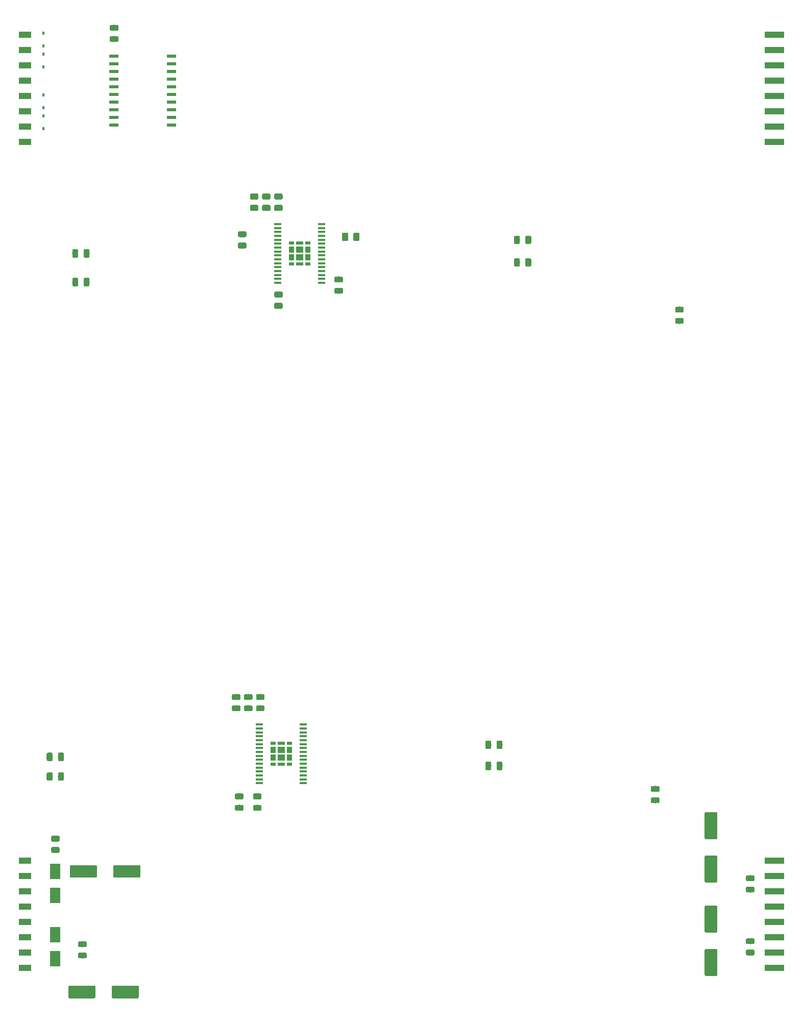
<source format=gbr>
G04 #@! TF.GenerationSoftware,KiCad,Pcbnew,(5.1.4)-1*
G04 #@! TF.CreationDate,2019-11-12T22:01:14+01:00*
G04 #@! TF.ProjectId,Digit_Colon,44696769-745f-4436-9f6c-6f6e2e6b6963,rev?*
G04 #@! TF.SameCoordinates,Original*
G04 #@! TF.FileFunction,Paste,Bot*
G04 #@! TF.FilePolarity,Positive*
%FSLAX46Y46*%
G04 Gerber Fmt 4.6, Leading zero omitted, Abs format (unit mm)*
G04 Created by KiCad (PCBNEW (5.1.4)-1) date 2019-11-12 22:01:14*
%MOMM*%
%LPD*%
G04 APERTURE LIST*
%ADD10C,0.100000*%
%ADD11C,0.975000*%
%ADD12C,2.100000*%
%ADD13R,1.800000X2.500000*%
%ADD14R,0.450000X0.600000*%
%ADD15R,1.500000X0.600000*%
%ADD16R,1.200000X0.400000*%
%ADD17R,1.200000X1.000000*%
%ADD18R,1.200000X0.550000*%
%ADD19R,0.930000X1.000000*%
%ADD20R,0.930000X0.550000*%
%ADD21R,3.200000X1.000000*%
%ADD22R,2.000000X1.000000*%
G04 APERTURE END LIST*
D10*
G36*
X178980142Y-176826174D02*
G01*
X179003803Y-176829684D01*
X179027007Y-176835496D01*
X179049529Y-176843554D01*
X179071153Y-176853782D01*
X179091670Y-176866079D01*
X179110883Y-176880329D01*
X179128607Y-176896393D01*
X179144671Y-176914117D01*
X179158921Y-176933330D01*
X179171218Y-176953847D01*
X179181446Y-176975471D01*
X179189504Y-176997993D01*
X179195316Y-177021197D01*
X179198826Y-177044858D01*
X179200000Y-177068750D01*
X179200000Y-177556250D01*
X179198826Y-177580142D01*
X179195316Y-177603803D01*
X179189504Y-177627007D01*
X179181446Y-177649529D01*
X179171218Y-177671153D01*
X179158921Y-177691670D01*
X179144671Y-177710883D01*
X179128607Y-177728607D01*
X179110883Y-177744671D01*
X179091670Y-177758921D01*
X179071153Y-177771218D01*
X179049529Y-177781446D01*
X179027007Y-177789504D01*
X179003803Y-177795316D01*
X178980142Y-177798826D01*
X178956250Y-177800000D01*
X178043750Y-177800000D01*
X178019858Y-177798826D01*
X177996197Y-177795316D01*
X177972993Y-177789504D01*
X177950471Y-177781446D01*
X177928847Y-177771218D01*
X177908330Y-177758921D01*
X177889117Y-177744671D01*
X177871393Y-177728607D01*
X177855329Y-177710883D01*
X177841079Y-177691670D01*
X177828782Y-177671153D01*
X177818554Y-177649529D01*
X177810496Y-177627007D01*
X177804684Y-177603803D01*
X177801174Y-177580142D01*
X177800000Y-177556250D01*
X177800000Y-177068750D01*
X177801174Y-177044858D01*
X177804684Y-177021197D01*
X177810496Y-176997993D01*
X177818554Y-176975471D01*
X177828782Y-176953847D01*
X177841079Y-176933330D01*
X177855329Y-176914117D01*
X177871393Y-176896393D01*
X177889117Y-176880329D01*
X177908330Y-176866079D01*
X177928847Y-176853782D01*
X177950471Y-176843554D01*
X177972993Y-176835496D01*
X177996197Y-176829684D01*
X178019858Y-176826174D01*
X178043750Y-176825000D01*
X178956250Y-176825000D01*
X178980142Y-176826174D01*
X178980142Y-176826174D01*
G37*
D11*
X178500000Y-177312500D03*
D10*
G36*
X178980142Y-178701174D02*
G01*
X179003803Y-178704684D01*
X179027007Y-178710496D01*
X179049529Y-178718554D01*
X179071153Y-178728782D01*
X179091670Y-178741079D01*
X179110883Y-178755329D01*
X179128607Y-178771393D01*
X179144671Y-178789117D01*
X179158921Y-178808330D01*
X179171218Y-178828847D01*
X179181446Y-178850471D01*
X179189504Y-178872993D01*
X179195316Y-178896197D01*
X179198826Y-178919858D01*
X179200000Y-178943750D01*
X179200000Y-179431250D01*
X179198826Y-179455142D01*
X179195316Y-179478803D01*
X179189504Y-179502007D01*
X179181446Y-179524529D01*
X179171218Y-179546153D01*
X179158921Y-179566670D01*
X179144671Y-179585883D01*
X179128607Y-179603607D01*
X179110883Y-179619671D01*
X179091670Y-179633921D01*
X179071153Y-179646218D01*
X179049529Y-179656446D01*
X179027007Y-179664504D01*
X179003803Y-179670316D01*
X178980142Y-179673826D01*
X178956250Y-179675000D01*
X178043750Y-179675000D01*
X178019858Y-179673826D01*
X177996197Y-179670316D01*
X177972993Y-179664504D01*
X177950471Y-179656446D01*
X177928847Y-179646218D01*
X177908330Y-179633921D01*
X177889117Y-179619671D01*
X177871393Y-179603607D01*
X177855329Y-179585883D01*
X177841079Y-179566670D01*
X177828782Y-179546153D01*
X177818554Y-179524529D01*
X177810496Y-179502007D01*
X177804684Y-179478803D01*
X177801174Y-179455142D01*
X177800000Y-179431250D01*
X177800000Y-178943750D01*
X177801174Y-178919858D01*
X177804684Y-178896197D01*
X177810496Y-178872993D01*
X177818554Y-178850471D01*
X177828782Y-178828847D01*
X177841079Y-178808330D01*
X177855329Y-178789117D01*
X177871393Y-178771393D01*
X177889117Y-178755329D01*
X177908330Y-178741079D01*
X177928847Y-178728782D01*
X177950471Y-178718554D01*
X177972993Y-178710496D01*
X177996197Y-178704684D01*
X178019858Y-178701174D01*
X178043750Y-178700000D01*
X178956250Y-178700000D01*
X178980142Y-178701174D01*
X178980142Y-178701174D01*
G37*
D11*
X178500000Y-179187500D03*
D10*
G36*
X182980142Y-99201174D02*
G01*
X183003803Y-99204684D01*
X183027007Y-99210496D01*
X183049529Y-99218554D01*
X183071153Y-99228782D01*
X183091670Y-99241079D01*
X183110883Y-99255329D01*
X183128607Y-99271393D01*
X183144671Y-99289117D01*
X183158921Y-99308330D01*
X183171218Y-99328847D01*
X183181446Y-99350471D01*
X183189504Y-99372993D01*
X183195316Y-99396197D01*
X183198826Y-99419858D01*
X183200000Y-99443750D01*
X183200000Y-99931250D01*
X183198826Y-99955142D01*
X183195316Y-99978803D01*
X183189504Y-100002007D01*
X183181446Y-100024529D01*
X183171218Y-100046153D01*
X183158921Y-100066670D01*
X183144671Y-100085883D01*
X183128607Y-100103607D01*
X183110883Y-100119671D01*
X183091670Y-100133921D01*
X183071153Y-100146218D01*
X183049529Y-100156446D01*
X183027007Y-100164504D01*
X183003803Y-100170316D01*
X182980142Y-100173826D01*
X182956250Y-100175000D01*
X182043750Y-100175000D01*
X182019858Y-100173826D01*
X181996197Y-100170316D01*
X181972993Y-100164504D01*
X181950471Y-100156446D01*
X181928847Y-100146218D01*
X181908330Y-100133921D01*
X181889117Y-100119671D01*
X181871393Y-100103607D01*
X181855329Y-100085883D01*
X181841079Y-100066670D01*
X181828782Y-100046153D01*
X181818554Y-100024529D01*
X181810496Y-100002007D01*
X181804684Y-99978803D01*
X181801174Y-99955142D01*
X181800000Y-99931250D01*
X181800000Y-99443750D01*
X181801174Y-99419858D01*
X181804684Y-99396197D01*
X181810496Y-99372993D01*
X181818554Y-99350471D01*
X181828782Y-99328847D01*
X181841079Y-99308330D01*
X181855329Y-99289117D01*
X181871393Y-99271393D01*
X181889117Y-99255329D01*
X181908330Y-99241079D01*
X181928847Y-99228782D01*
X181950471Y-99218554D01*
X181972993Y-99210496D01*
X181996197Y-99204684D01*
X182019858Y-99201174D01*
X182043750Y-99200000D01*
X182956250Y-99200000D01*
X182980142Y-99201174D01*
X182980142Y-99201174D01*
G37*
D11*
X182500000Y-99687500D03*
D10*
G36*
X182980142Y-97326174D02*
G01*
X183003803Y-97329684D01*
X183027007Y-97335496D01*
X183049529Y-97343554D01*
X183071153Y-97353782D01*
X183091670Y-97366079D01*
X183110883Y-97380329D01*
X183128607Y-97396393D01*
X183144671Y-97414117D01*
X183158921Y-97433330D01*
X183171218Y-97453847D01*
X183181446Y-97475471D01*
X183189504Y-97497993D01*
X183195316Y-97521197D01*
X183198826Y-97544858D01*
X183200000Y-97568750D01*
X183200000Y-98056250D01*
X183198826Y-98080142D01*
X183195316Y-98103803D01*
X183189504Y-98127007D01*
X183181446Y-98149529D01*
X183171218Y-98171153D01*
X183158921Y-98191670D01*
X183144671Y-98210883D01*
X183128607Y-98228607D01*
X183110883Y-98244671D01*
X183091670Y-98258921D01*
X183071153Y-98271218D01*
X183049529Y-98281446D01*
X183027007Y-98289504D01*
X183003803Y-98295316D01*
X182980142Y-98298826D01*
X182956250Y-98300000D01*
X182043750Y-98300000D01*
X182019858Y-98298826D01*
X181996197Y-98295316D01*
X181972993Y-98289504D01*
X181950471Y-98281446D01*
X181928847Y-98271218D01*
X181908330Y-98258921D01*
X181889117Y-98244671D01*
X181871393Y-98228607D01*
X181855329Y-98210883D01*
X181841079Y-98191670D01*
X181828782Y-98171153D01*
X181818554Y-98149529D01*
X181810496Y-98127007D01*
X181804684Y-98103803D01*
X181801174Y-98080142D01*
X181800000Y-98056250D01*
X181800000Y-97568750D01*
X181801174Y-97544858D01*
X181804684Y-97521197D01*
X181810496Y-97497993D01*
X181818554Y-97475471D01*
X181828782Y-97453847D01*
X181841079Y-97433330D01*
X181855329Y-97414117D01*
X181871393Y-97396393D01*
X181889117Y-97380329D01*
X181908330Y-97366079D01*
X181928847Y-97353782D01*
X181950471Y-97343554D01*
X181972993Y-97335496D01*
X181996197Y-97329684D01*
X182019858Y-97326174D01*
X182043750Y-97325000D01*
X182956250Y-97325000D01*
X182980142Y-97326174D01*
X182980142Y-97326174D01*
G37*
D11*
X182500000Y-97812500D03*
D10*
G36*
X80205142Y-171301174D02*
G01*
X80228803Y-171304684D01*
X80252007Y-171310496D01*
X80274529Y-171318554D01*
X80296153Y-171328782D01*
X80316670Y-171341079D01*
X80335883Y-171355329D01*
X80353607Y-171371393D01*
X80369671Y-171389117D01*
X80383921Y-171408330D01*
X80396218Y-171428847D01*
X80406446Y-171450471D01*
X80414504Y-171472993D01*
X80420316Y-171496197D01*
X80423826Y-171519858D01*
X80425000Y-171543750D01*
X80425000Y-172456250D01*
X80423826Y-172480142D01*
X80420316Y-172503803D01*
X80414504Y-172527007D01*
X80406446Y-172549529D01*
X80396218Y-172571153D01*
X80383921Y-172591670D01*
X80369671Y-172610883D01*
X80353607Y-172628607D01*
X80335883Y-172644671D01*
X80316670Y-172658921D01*
X80296153Y-172671218D01*
X80274529Y-172681446D01*
X80252007Y-172689504D01*
X80228803Y-172695316D01*
X80205142Y-172698826D01*
X80181250Y-172700000D01*
X79693750Y-172700000D01*
X79669858Y-172698826D01*
X79646197Y-172695316D01*
X79622993Y-172689504D01*
X79600471Y-172681446D01*
X79578847Y-172671218D01*
X79558330Y-172658921D01*
X79539117Y-172644671D01*
X79521393Y-172628607D01*
X79505329Y-172610883D01*
X79491079Y-172591670D01*
X79478782Y-172571153D01*
X79468554Y-172549529D01*
X79460496Y-172527007D01*
X79454684Y-172503803D01*
X79451174Y-172480142D01*
X79450000Y-172456250D01*
X79450000Y-171543750D01*
X79451174Y-171519858D01*
X79454684Y-171496197D01*
X79460496Y-171472993D01*
X79468554Y-171450471D01*
X79478782Y-171428847D01*
X79491079Y-171408330D01*
X79505329Y-171389117D01*
X79521393Y-171371393D01*
X79539117Y-171355329D01*
X79558330Y-171341079D01*
X79578847Y-171328782D01*
X79600471Y-171318554D01*
X79622993Y-171310496D01*
X79646197Y-171304684D01*
X79669858Y-171301174D01*
X79693750Y-171300000D01*
X80181250Y-171300000D01*
X80205142Y-171301174D01*
X80205142Y-171301174D01*
G37*
D11*
X79937500Y-172000000D03*
D10*
G36*
X78330142Y-171301174D02*
G01*
X78353803Y-171304684D01*
X78377007Y-171310496D01*
X78399529Y-171318554D01*
X78421153Y-171328782D01*
X78441670Y-171341079D01*
X78460883Y-171355329D01*
X78478607Y-171371393D01*
X78494671Y-171389117D01*
X78508921Y-171408330D01*
X78521218Y-171428847D01*
X78531446Y-171450471D01*
X78539504Y-171472993D01*
X78545316Y-171496197D01*
X78548826Y-171519858D01*
X78550000Y-171543750D01*
X78550000Y-172456250D01*
X78548826Y-172480142D01*
X78545316Y-172503803D01*
X78539504Y-172527007D01*
X78531446Y-172549529D01*
X78521218Y-172571153D01*
X78508921Y-172591670D01*
X78494671Y-172610883D01*
X78478607Y-172628607D01*
X78460883Y-172644671D01*
X78441670Y-172658921D01*
X78421153Y-172671218D01*
X78399529Y-172681446D01*
X78377007Y-172689504D01*
X78353803Y-172695316D01*
X78330142Y-172698826D01*
X78306250Y-172700000D01*
X77818750Y-172700000D01*
X77794858Y-172698826D01*
X77771197Y-172695316D01*
X77747993Y-172689504D01*
X77725471Y-172681446D01*
X77703847Y-172671218D01*
X77683330Y-172658921D01*
X77664117Y-172644671D01*
X77646393Y-172628607D01*
X77630329Y-172610883D01*
X77616079Y-172591670D01*
X77603782Y-172571153D01*
X77593554Y-172549529D01*
X77585496Y-172527007D01*
X77579684Y-172503803D01*
X77576174Y-172480142D01*
X77575000Y-172456250D01*
X77575000Y-171543750D01*
X77576174Y-171519858D01*
X77579684Y-171496197D01*
X77585496Y-171472993D01*
X77593554Y-171450471D01*
X77603782Y-171428847D01*
X77616079Y-171408330D01*
X77630329Y-171389117D01*
X77646393Y-171371393D01*
X77664117Y-171355329D01*
X77683330Y-171341079D01*
X77703847Y-171328782D01*
X77725471Y-171318554D01*
X77747993Y-171310496D01*
X77771197Y-171304684D01*
X77794858Y-171301174D01*
X77818750Y-171300000D01*
X78306250Y-171300000D01*
X78330142Y-171301174D01*
X78330142Y-171301174D01*
G37*
D11*
X78062500Y-172000000D03*
D10*
G36*
X80205142Y-174551174D02*
G01*
X80228803Y-174554684D01*
X80252007Y-174560496D01*
X80274529Y-174568554D01*
X80296153Y-174578782D01*
X80316670Y-174591079D01*
X80335883Y-174605329D01*
X80353607Y-174621393D01*
X80369671Y-174639117D01*
X80383921Y-174658330D01*
X80396218Y-174678847D01*
X80406446Y-174700471D01*
X80414504Y-174722993D01*
X80420316Y-174746197D01*
X80423826Y-174769858D01*
X80425000Y-174793750D01*
X80425000Y-175706250D01*
X80423826Y-175730142D01*
X80420316Y-175753803D01*
X80414504Y-175777007D01*
X80406446Y-175799529D01*
X80396218Y-175821153D01*
X80383921Y-175841670D01*
X80369671Y-175860883D01*
X80353607Y-175878607D01*
X80335883Y-175894671D01*
X80316670Y-175908921D01*
X80296153Y-175921218D01*
X80274529Y-175931446D01*
X80252007Y-175939504D01*
X80228803Y-175945316D01*
X80205142Y-175948826D01*
X80181250Y-175950000D01*
X79693750Y-175950000D01*
X79669858Y-175948826D01*
X79646197Y-175945316D01*
X79622993Y-175939504D01*
X79600471Y-175931446D01*
X79578847Y-175921218D01*
X79558330Y-175908921D01*
X79539117Y-175894671D01*
X79521393Y-175878607D01*
X79505329Y-175860883D01*
X79491079Y-175841670D01*
X79478782Y-175821153D01*
X79468554Y-175799529D01*
X79460496Y-175777007D01*
X79454684Y-175753803D01*
X79451174Y-175730142D01*
X79450000Y-175706250D01*
X79450000Y-174793750D01*
X79451174Y-174769858D01*
X79454684Y-174746197D01*
X79460496Y-174722993D01*
X79468554Y-174700471D01*
X79478782Y-174678847D01*
X79491079Y-174658330D01*
X79505329Y-174639117D01*
X79521393Y-174621393D01*
X79539117Y-174605329D01*
X79558330Y-174591079D01*
X79578847Y-174578782D01*
X79600471Y-174568554D01*
X79622993Y-174560496D01*
X79646197Y-174554684D01*
X79669858Y-174551174D01*
X79693750Y-174550000D01*
X80181250Y-174550000D01*
X80205142Y-174551174D01*
X80205142Y-174551174D01*
G37*
D11*
X79937500Y-175250000D03*
D10*
G36*
X78330142Y-174551174D02*
G01*
X78353803Y-174554684D01*
X78377007Y-174560496D01*
X78399529Y-174568554D01*
X78421153Y-174578782D01*
X78441670Y-174591079D01*
X78460883Y-174605329D01*
X78478607Y-174621393D01*
X78494671Y-174639117D01*
X78508921Y-174658330D01*
X78521218Y-174678847D01*
X78531446Y-174700471D01*
X78539504Y-174722993D01*
X78545316Y-174746197D01*
X78548826Y-174769858D01*
X78550000Y-174793750D01*
X78550000Y-175706250D01*
X78548826Y-175730142D01*
X78545316Y-175753803D01*
X78539504Y-175777007D01*
X78531446Y-175799529D01*
X78521218Y-175821153D01*
X78508921Y-175841670D01*
X78494671Y-175860883D01*
X78478607Y-175878607D01*
X78460883Y-175894671D01*
X78441670Y-175908921D01*
X78421153Y-175921218D01*
X78399529Y-175931446D01*
X78377007Y-175939504D01*
X78353803Y-175945316D01*
X78330142Y-175948826D01*
X78306250Y-175950000D01*
X77818750Y-175950000D01*
X77794858Y-175948826D01*
X77771197Y-175945316D01*
X77747993Y-175939504D01*
X77725471Y-175931446D01*
X77703847Y-175921218D01*
X77683330Y-175908921D01*
X77664117Y-175894671D01*
X77646393Y-175878607D01*
X77630329Y-175860883D01*
X77616079Y-175841670D01*
X77603782Y-175821153D01*
X77593554Y-175799529D01*
X77585496Y-175777007D01*
X77579684Y-175753803D01*
X77576174Y-175730142D01*
X77575000Y-175706250D01*
X77575000Y-174793750D01*
X77576174Y-174769858D01*
X77579684Y-174746197D01*
X77585496Y-174722993D01*
X77593554Y-174700471D01*
X77603782Y-174678847D01*
X77616079Y-174658330D01*
X77630329Y-174639117D01*
X77646393Y-174621393D01*
X77664117Y-174605329D01*
X77683330Y-174591079D01*
X77703847Y-174578782D01*
X77725471Y-174568554D01*
X77747993Y-174560496D01*
X77771197Y-174554684D01*
X77794858Y-174551174D01*
X77818750Y-174550000D01*
X78306250Y-174550000D01*
X78330142Y-174551174D01*
X78330142Y-174551174D01*
G37*
D11*
X78062500Y-175250000D03*
D10*
G36*
X109980142Y-178076174D02*
G01*
X110003803Y-178079684D01*
X110027007Y-178085496D01*
X110049529Y-178093554D01*
X110071153Y-178103782D01*
X110091670Y-178116079D01*
X110110883Y-178130329D01*
X110128607Y-178146393D01*
X110144671Y-178164117D01*
X110158921Y-178183330D01*
X110171218Y-178203847D01*
X110181446Y-178225471D01*
X110189504Y-178247993D01*
X110195316Y-178271197D01*
X110198826Y-178294858D01*
X110200000Y-178318750D01*
X110200000Y-178806250D01*
X110198826Y-178830142D01*
X110195316Y-178853803D01*
X110189504Y-178877007D01*
X110181446Y-178899529D01*
X110171218Y-178921153D01*
X110158921Y-178941670D01*
X110144671Y-178960883D01*
X110128607Y-178978607D01*
X110110883Y-178994671D01*
X110091670Y-179008921D01*
X110071153Y-179021218D01*
X110049529Y-179031446D01*
X110027007Y-179039504D01*
X110003803Y-179045316D01*
X109980142Y-179048826D01*
X109956250Y-179050000D01*
X109043750Y-179050000D01*
X109019858Y-179048826D01*
X108996197Y-179045316D01*
X108972993Y-179039504D01*
X108950471Y-179031446D01*
X108928847Y-179021218D01*
X108908330Y-179008921D01*
X108889117Y-178994671D01*
X108871393Y-178978607D01*
X108855329Y-178960883D01*
X108841079Y-178941670D01*
X108828782Y-178921153D01*
X108818554Y-178899529D01*
X108810496Y-178877007D01*
X108804684Y-178853803D01*
X108801174Y-178830142D01*
X108800000Y-178806250D01*
X108800000Y-178318750D01*
X108801174Y-178294858D01*
X108804684Y-178271197D01*
X108810496Y-178247993D01*
X108818554Y-178225471D01*
X108828782Y-178203847D01*
X108841079Y-178183330D01*
X108855329Y-178164117D01*
X108871393Y-178146393D01*
X108889117Y-178130329D01*
X108908330Y-178116079D01*
X108928847Y-178103782D01*
X108950471Y-178093554D01*
X108972993Y-178085496D01*
X108996197Y-178079684D01*
X109019858Y-178076174D01*
X109043750Y-178075000D01*
X109956250Y-178075000D01*
X109980142Y-178076174D01*
X109980142Y-178076174D01*
G37*
D11*
X109500000Y-178562500D03*
D10*
G36*
X109980142Y-179951174D02*
G01*
X110003803Y-179954684D01*
X110027007Y-179960496D01*
X110049529Y-179968554D01*
X110071153Y-179978782D01*
X110091670Y-179991079D01*
X110110883Y-180005329D01*
X110128607Y-180021393D01*
X110144671Y-180039117D01*
X110158921Y-180058330D01*
X110171218Y-180078847D01*
X110181446Y-180100471D01*
X110189504Y-180122993D01*
X110195316Y-180146197D01*
X110198826Y-180169858D01*
X110200000Y-180193750D01*
X110200000Y-180681250D01*
X110198826Y-180705142D01*
X110195316Y-180728803D01*
X110189504Y-180752007D01*
X110181446Y-180774529D01*
X110171218Y-180796153D01*
X110158921Y-180816670D01*
X110144671Y-180835883D01*
X110128607Y-180853607D01*
X110110883Y-180869671D01*
X110091670Y-180883921D01*
X110071153Y-180896218D01*
X110049529Y-180906446D01*
X110027007Y-180914504D01*
X110003803Y-180920316D01*
X109980142Y-180923826D01*
X109956250Y-180925000D01*
X109043750Y-180925000D01*
X109019858Y-180923826D01*
X108996197Y-180920316D01*
X108972993Y-180914504D01*
X108950471Y-180906446D01*
X108928847Y-180896218D01*
X108908330Y-180883921D01*
X108889117Y-180869671D01*
X108871393Y-180853607D01*
X108855329Y-180835883D01*
X108841079Y-180816670D01*
X108828782Y-180796153D01*
X108818554Y-180774529D01*
X108810496Y-180752007D01*
X108804684Y-180728803D01*
X108801174Y-180705142D01*
X108800000Y-180681250D01*
X108800000Y-180193750D01*
X108801174Y-180169858D01*
X108804684Y-180146197D01*
X108810496Y-180122993D01*
X108818554Y-180100471D01*
X108828782Y-180078847D01*
X108841079Y-180058330D01*
X108855329Y-180039117D01*
X108871393Y-180021393D01*
X108889117Y-180005329D01*
X108908330Y-179991079D01*
X108928847Y-179978782D01*
X108950471Y-179968554D01*
X108972993Y-179960496D01*
X108996197Y-179954684D01*
X109019858Y-179951174D01*
X109043750Y-179950000D01*
X109956250Y-179950000D01*
X109980142Y-179951174D01*
X109980142Y-179951174D01*
G37*
D11*
X109500000Y-180437500D03*
D10*
G36*
X112980142Y-178076174D02*
G01*
X113003803Y-178079684D01*
X113027007Y-178085496D01*
X113049529Y-178093554D01*
X113071153Y-178103782D01*
X113091670Y-178116079D01*
X113110883Y-178130329D01*
X113128607Y-178146393D01*
X113144671Y-178164117D01*
X113158921Y-178183330D01*
X113171218Y-178203847D01*
X113181446Y-178225471D01*
X113189504Y-178247993D01*
X113195316Y-178271197D01*
X113198826Y-178294858D01*
X113200000Y-178318750D01*
X113200000Y-178806250D01*
X113198826Y-178830142D01*
X113195316Y-178853803D01*
X113189504Y-178877007D01*
X113181446Y-178899529D01*
X113171218Y-178921153D01*
X113158921Y-178941670D01*
X113144671Y-178960883D01*
X113128607Y-178978607D01*
X113110883Y-178994671D01*
X113091670Y-179008921D01*
X113071153Y-179021218D01*
X113049529Y-179031446D01*
X113027007Y-179039504D01*
X113003803Y-179045316D01*
X112980142Y-179048826D01*
X112956250Y-179050000D01*
X112043750Y-179050000D01*
X112019858Y-179048826D01*
X111996197Y-179045316D01*
X111972993Y-179039504D01*
X111950471Y-179031446D01*
X111928847Y-179021218D01*
X111908330Y-179008921D01*
X111889117Y-178994671D01*
X111871393Y-178978607D01*
X111855329Y-178960883D01*
X111841079Y-178941670D01*
X111828782Y-178921153D01*
X111818554Y-178899529D01*
X111810496Y-178877007D01*
X111804684Y-178853803D01*
X111801174Y-178830142D01*
X111800000Y-178806250D01*
X111800000Y-178318750D01*
X111801174Y-178294858D01*
X111804684Y-178271197D01*
X111810496Y-178247993D01*
X111818554Y-178225471D01*
X111828782Y-178203847D01*
X111841079Y-178183330D01*
X111855329Y-178164117D01*
X111871393Y-178146393D01*
X111889117Y-178130329D01*
X111908330Y-178116079D01*
X111928847Y-178103782D01*
X111950471Y-178093554D01*
X111972993Y-178085496D01*
X111996197Y-178079684D01*
X112019858Y-178076174D01*
X112043750Y-178075000D01*
X112956250Y-178075000D01*
X112980142Y-178076174D01*
X112980142Y-178076174D01*
G37*
D11*
X112500000Y-178562500D03*
D10*
G36*
X112980142Y-179951174D02*
G01*
X113003803Y-179954684D01*
X113027007Y-179960496D01*
X113049529Y-179968554D01*
X113071153Y-179978782D01*
X113091670Y-179991079D01*
X113110883Y-180005329D01*
X113128607Y-180021393D01*
X113144671Y-180039117D01*
X113158921Y-180058330D01*
X113171218Y-180078847D01*
X113181446Y-180100471D01*
X113189504Y-180122993D01*
X113195316Y-180146197D01*
X113198826Y-180169858D01*
X113200000Y-180193750D01*
X113200000Y-180681250D01*
X113198826Y-180705142D01*
X113195316Y-180728803D01*
X113189504Y-180752007D01*
X113181446Y-180774529D01*
X113171218Y-180796153D01*
X113158921Y-180816670D01*
X113144671Y-180835883D01*
X113128607Y-180853607D01*
X113110883Y-180869671D01*
X113091670Y-180883921D01*
X113071153Y-180896218D01*
X113049529Y-180906446D01*
X113027007Y-180914504D01*
X113003803Y-180920316D01*
X112980142Y-180923826D01*
X112956250Y-180925000D01*
X112043750Y-180925000D01*
X112019858Y-180923826D01*
X111996197Y-180920316D01*
X111972993Y-180914504D01*
X111950471Y-180906446D01*
X111928847Y-180896218D01*
X111908330Y-180883921D01*
X111889117Y-180869671D01*
X111871393Y-180853607D01*
X111855329Y-180835883D01*
X111841079Y-180816670D01*
X111828782Y-180796153D01*
X111818554Y-180774529D01*
X111810496Y-180752007D01*
X111804684Y-180728803D01*
X111801174Y-180705142D01*
X111800000Y-180681250D01*
X111800000Y-180193750D01*
X111801174Y-180169858D01*
X111804684Y-180146197D01*
X111810496Y-180122993D01*
X111818554Y-180100471D01*
X111828782Y-180078847D01*
X111841079Y-180058330D01*
X111855329Y-180039117D01*
X111871393Y-180021393D01*
X111889117Y-180005329D01*
X111908330Y-179991079D01*
X111928847Y-179978782D01*
X111950471Y-179968554D01*
X111972993Y-179960496D01*
X111996197Y-179954684D01*
X112019858Y-179951174D01*
X112043750Y-179950000D01*
X112956250Y-179950000D01*
X112980142Y-179951174D01*
X112980142Y-179951174D01*
G37*
D11*
X112500000Y-180437500D03*
D10*
G36*
X151080142Y-172801174D02*
G01*
X151103803Y-172804684D01*
X151127007Y-172810496D01*
X151149529Y-172818554D01*
X151171153Y-172828782D01*
X151191670Y-172841079D01*
X151210883Y-172855329D01*
X151228607Y-172871393D01*
X151244671Y-172889117D01*
X151258921Y-172908330D01*
X151271218Y-172928847D01*
X151281446Y-172950471D01*
X151289504Y-172972993D01*
X151295316Y-172996197D01*
X151298826Y-173019858D01*
X151300000Y-173043750D01*
X151300000Y-173956250D01*
X151298826Y-173980142D01*
X151295316Y-174003803D01*
X151289504Y-174027007D01*
X151281446Y-174049529D01*
X151271218Y-174071153D01*
X151258921Y-174091670D01*
X151244671Y-174110883D01*
X151228607Y-174128607D01*
X151210883Y-174144671D01*
X151191670Y-174158921D01*
X151171153Y-174171218D01*
X151149529Y-174181446D01*
X151127007Y-174189504D01*
X151103803Y-174195316D01*
X151080142Y-174198826D01*
X151056250Y-174200000D01*
X150568750Y-174200000D01*
X150544858Y-174198826D01*
X150521197Y-174195316D01*
X150497993Y-174189504D01*
X150475471Y-174181446D01*
X150453847Y-174171218D01*
X150433330Y-174158921D01*
X150414117Y-174144671D01*
X150396393Y-174128607D01*
X150380329Y-174110883D01*
X150366079Y-174091670D01*
X150353782Y-174071153D01*
X150343554Y-174049529D01*
X150335496Y-174027007D01*
X150329684Y-174003803D01*
X150326174Y-173980142D01*
X150325000Y-173956250D01*
X150325000Y-173043750D01*
X150326174Y-173019858D01*
X150329684Y-172996197D01*
X150335496Y-172972993D01*
X150343554Y-172950471D01*
X150353782Y-172928847D01*
X150366079Y-172908330D01*
X150380329Y-172889117D01*
X150396393Y-172871393D01*
X150414117Y-172855329D01*
X150433330Y-172841079D01*
X150453847Y-172828782D01*
X150475471Y-172818554D01*
X150497993Y-172810496D01*
X150521197Y-172804684D01*
X150544858Y-172801174D01*
X150568750Y-172800000D01*
X151056250Y-172800000D01*
X151080142Y-172801174D01*
X151080142Y-172801174D01*
G37*
D11*
X150812500Y-173500000D03*
D10*
G36*
X152955142Y-172801174D02*
G01*
X152978803Y-172804684D01*
X153002007Y-172810496D01*
X153024529Y-172818554D01*
X153046153Y-172828782D01*
X153066670Y-172841079D01*
X153085883Y-172855329D01*
X153103607Y-172871393D01*
X153119671Y-172889117D01*
X153133921Y-172908330D01*
X153146218Y-172928847D01*
X153156446Y-172950471D01*
X153164504Y-172972993D01*
X153170316Y-172996197D01*
X153173826Y-173019858D01*
X153175000Y-173043750D01*
X153175000Y-173956250D01*
X153173826Y-173980142D01*
X153170316Y-174003803D01*
X153164504Y-174027007D01*
X153156446Y-174049529D01*
X153146218Y-174071153D01*
X153133921Y-174091670D01*
X153119671Y-174110883D01*
X153103607Y-174128607D01*
X153085883Y-174144671D01*
X153066670Y-174158921D01*
X153046153Y-174171218D01*
X153024529Y-174181446D01*
X153002007Y-174189504D01*
X152978803Y-174195316D01*
X152955142Y-174198826D01*
X152931250Y-174200000D01*
X152443750Y-174200000D01*
X152419858Y-174198826D01*
X152396197Y-174195316D01*
X152372993Y-174189504D01*
X152350471Y-174181446D01*
X152328847Y-174171218D01*
X152308330Y-174158921D01*
X152289117Y-174144671D01*
X152271393Y-174128607D01*
X152255329Y-174110883D01*
X152241079Y-174091670D01*
X152228782Y-174071153D01*
X152218554Y-174049529D01*
X152210496Y-174027007D01*
X152204684Y-174003803D01*
X152201174Y-173980142D01*
X152200000Y-173956250D01*
X152200000Y-173043750D01*
X152201174Y-173019858D01*
X152204684Y-172996197D01*
X152210496Y-172972993D01*
X152218554Y-172950471D01*
X152228782Y-172928847D01*
X152241079Y-172908330D01*
X152255329Y-172889117D01*
X152271393Y-172871393D01*
X152289117Y-172855329D01*
X152308330Y-172841079D01*
X152328847Y-172828782D01*
X152350471Y-172818554D01*
X152372993Y-172810496D01*
X152396197Y-172804684D01*
X152419858Y-172801174D01*
X152443750Y-172800000D01*
X152931250Y-172800000D01*
X152955142Y-172801174D01*
X152955142Y-172801174D01*
G37*
D11*
X152687500Y-173500000D03*
D10*
G36*
X151080142Y-169301174D02*
G01*
X151103803Y-169304684D01*
X151127007Y-169310496D01*
X151149529Y-169318554D01*
X151171153Y-169328782D01*
X151191670Y-169341079D01*
X151210883Y-169355329D01*
X151228607Y-169371393D01*
X151244671Y-169389117D01*
X151258921Y-169408330D01*
X151271218Y-169428847D01*
X151281446Y-169450471D01*
X151289504Y-169472993D01*
X151295316Y-169496197D01*
X151298826Y-169519858D01*
X151300000Y-169543750D01*
X151300000Y-170456250D01*
X151298826Y-170480142D01*
X151295316Y-170503803D01*
X151289504Y-170527007D01*
X151281446Y-170549529D01*
X151271218Y-170571153D01*
X151258921Y-170591670D01*
X151244671Y-170610883D01*
X151228607Y-170628607D01*
X151210883Y-170644671D01*
X151191670Y-170658921D01*
X151171153Y-170671218D01*
X151149529Y-170681446D01*
X151127007Y-170689504D01*
X151103803Y-170695316D01*
X151080142Y-170698826D01*
X151056250Y-170700000D01*
X150568750Y-170700000D01*
X150544858Y-170698826D01*
X150521197Y-170695316D01*
X150497993Y-170689504D01*
X150475471Y-170681446D01*
X150453847Y-170671218D01*
X150433330Y-170658921D01*
X150414117Y-170644671D01*
X150396393Y-170628607D01*
X150380329Y-170610883D01*
X150366079Y-170591670D01*
X150353782Y-170571153D01*
X150343554Y-170549529D01*
X150335496Y-170527007D01*
X150329684Y-170503803D01*
X150326174Y-170480142D01*
X150325000Y-170456250D01*
X150325000Y-169543750D01*
X150326174Y-169519858D01*
X150329684Y-169496197D01*
X150335496Y-169472993D01*
X150343554Y-169450471D01*
X150353782Y-169428847D01*
X150366079Y-169408330D01*
X150380329Y-169389117D01*
X150396393Y-169371393D01*
X150414117Y-169355329D01*
X150433330Y-169341079D01*
X150453847Y-169328782D01*
X150475471Y-169318554D01*
X150497993Y-169310496D01*
X150521197Y-169304684D01*
X150544858Y-169301174D01*
X150568750Y-169300000D01*
X151056250Y-169300000D01*
X151080142Y-169301174D01*
X151080142Y-169301174D01*
G37*
D11*
X150812500Y-170000000D03*
D10*
G36*
X152955142Y-169301174D02*
G01*
X152978803Y-169304684D01*
X153002007Y-169310496D01*
X153024529Y-169318554D01*
X153046153Y-169328782D01*
X153066670Y-169341079D01*
X153085883Y-169355329D01*
X153103607Y-169371393D01*
X153119671Y-169389117D01*
X153133921Y-169408330D01*
X153146218Y-169428847D01*
X153156446Y-169450471D01*
X153164504Y-169472993D01*
X153170316Y-169496197D01*
X153173826Y-169519858D01*
X153175000Y-169543750D01*
X153175000Y-170456250D01*
X153173826Y-170480142D01*
X153170316Y-170503803D01*
X153164504Y-170527007D01*
X153156446Y-170549529D01*
X153146218Y-170571153D01*
X153133921Y-170591670D01*
X153119671Y-170610883D01*
X153103607Y-170628607D01*
X153085883Y-170644671D01*
X153066670Y-170658921D01*
X153046153Y-170671218D01*
X153024529Y-170681446D01*
X153002007Y-170689504D01*
X152978803Y-170695316D01*
X152955142Y-170698826D01*
X152931250Y-170700000D01*
X152443750Y-170700000D01*
X152419858Y-170698826D01*
X152396197Y-170695316D01*
X152372993Y-170689504D01*
X152350471Y-170681446D01*
X152328847Y-170671218D01*
X152308330Y-170658921D01*
X152289117Y-170644671D01*
X152271393Y-170628607D01*
X152255329Y-170610883D01*
X152241079Y-170591670D01*
X152228782Y-170571153D01*
X152218554Y-170549529D01*
X152210496Y-170527007D01*
X152204684Y-170503803D01*
X152201174Y-170480142D01*
X152200000Y-170456250D01*
X152200000Y-169543750D01*
X152201174Y-169519858D01*
X152204684Y-169496197D01*
X152210496Y-169472993D01*
X152218554Y-169450471D01*
X152228782Y-169428847D01*
X152241079Y-169408330D01*
X152255329Y-169389117D01*
X152271393Y-169371393D01*
X152289117Y-169355329D01*
X152308330Y-169341079D01*
X152328847Y-169328782D01*
X152350471Y-169318554D01*
X152372993Y-169310496D01*
X152396197Y-169304684D01*
X152419858Y-169301174D01*
X152443750Y-169300000D01*
X152931250Y-169300000D01*
X152955142Y-169301174D01*
X152955142Y-169301174D01*
G37*
D11*
X152687500Y-170000000D03*
D10*
G36*
X110480142Y-86701174D02*
G01*
X110503803Y-86704684D01*
X110527007Y-86710496D01*
X110549529Y-86718554D01*
X110571153Y-86728782D01*
X110591670Y-86741079D01*
X110610883Y-86755329D01*
X110628607Y-86771393D01*
X110644671Y-86789117D01*
X110658921Y-86808330D01*
X110671218Y-86828847D01*
X110681446Y-86850471D01*
X110689504Y-86872993D01*
X110695316Y-86896197D01*
X110698826Y-86919858D01*
X110700000Y-86943750D01*
X110700000Y-87431250D01*
X110698826Y-87455142D01*
X110695316Y-87478803D01*
X110689504Y-87502007D01*
X110681446Y-87524529D01*
X110671218Y-87546153D01*
X110658921Y-87566670D01*
X110644671Y-87585883D01*
X110628607Y-87603607D01*
X110610883Y-87619671D01*
X110591670Y-87633921D01*
X110571153Y-87646218D01*
X110549529Y-87656446D01*
X110527007Y-87664504D01*
X110503803Y-87670316D01*
X110480142Y-87673826D01*
X110456250Y-87675000D01*
X109543750Y-87675000D01*
X109519858Y-87673826D01*
X109496197Y-87670316D01*
X109472993Y-87664504D01*
X109450471Y-87656446D01*
X109428847Y-87646218D01*
X109408330Y-87633921D01*
X109389117Y-87619671D01*
X109371393Y-87603607D01*
X109355329Y-87585883D01*
X109341079Y-87566670D01*
X109328782Y-87546153D01*
X109318554Y-87524529D01*
X109310496Y-87502007D01*
X109304684Y-87478803D01*
X109301174Y-87455142D01*
X109300000Y-87431250D01*
X109300000Y-86943750D01*
X109301174Y-86919858D01*
X109304684Y-86896197D01*
X109310496Y-86872993D01*
X109318554Y-86850471D01*
X109328782Y-86828847D01*
X109341079Y-86808330D01*
X109355329Y-86789117D01*
X109371393Y-86771393D01*
X109389117Y-86755329D01*
X109408330Y-86741079D01*
X109428847Y-86728782D01*
X109450471Y-86718554D01*
X109472993Y-86710496D01*
X109496197Y-86704684D01*
X109519858Y-86701174D01*
X109543750Y-86700000D01*
X110456250Y-86700000D01*
X110480142Y-86701174D01*
X110480142Y-86701174D01*
G37*
D11*
X110000000Y-87187500D03*
D10*
G36*
X110480142Y-84826174D02*
G01*
X110503803Y-84829684D01*
X110527007Y-84835496D01*
X110549529Y-84843554D01*
X110571153Y-84853782D01*
X110591670Y-84866079D01*
X110610883Y-84880329D01*
X110628607Y-84896393D01*
X110644671Y-84914117D01*
X110658921Y-84933330D01*
X110671218Y-84953847D01*
X110681446Y-84975471D01*
X110689504Y-84997993D01*
X110695316Y-85021197D01*
X110698826Y-85044858D01*
X110700000Y-85068750D01*
X110700000Y-85556250D01*
X110698826Y-85580142D01*
X110695316Y-85603803D01*
X110689504Y-85627007D01*
X110681446Y-85649529D01*
X110671218Y-85671153D01*
X110658921Y-85691670D01*
X110644671Y-85710883D01*
X110628607Y-85728607D01*
X110610883Y-85744671D01*
X110591670Y-85758921D01*
X110571153Y-85771218D01*
X110549529Y-85781446D01*
X110527007Y-85789504D01*
X110503803Y-85795316D01*
X110480142Y-85798826D01*
X110456250Y-85800000D01*
X109543750Y-85800000D01*
X109519858Y-85798826D01*
X109496197Y-85795316D01*
X109472993Y-85789504D01*
X109450471Y-85781446D01*
X109428847Y-85771218D01*
X109408330Y-85758921D01*
X109389117Y-85744671D01*
X109371393Y-85728607D01*
X109355329Y-85710883D01*
X109341079Y-85691670D01*
X109328782Y-85671153D01*
X109318554Y-85649529D01*
X109310496Y-85627007D01*
X109304684Y-85603803D01*
X109301174Y-85580142D01*
X109300000Y-85556250D01*
X109300000Y-85068750D01*
X109301174Y-85044858D01*
X109304684Y-85021197D01*
X109310496Y-84997993D01*
X109318554Y-84975471D01*
X109328782Y-84953847D01*
X109341079Y-84933330D01*
X109355329Y-84914117D01*
X109371393Y-84896393D01*
X109389117Y-84880329D01*
X109408330Y-84866079D01*
X109428847Y-84853782D01*
X109450471Y-84843554D01*
X109472993Y-84835496D01*
X109496197Y-84829684D01*
X109519858Y-84826174D01*
X109543750Y-84825000D01*
X110456250Y-84825000D01*
X110480142Y-84826174D01*
X110480142Y-84826174D01*
G37*
D11*
X110000000Y-85312500D03*
D10*
G36*
X84455142Y-87801174D02*
G01*
X84478803Y-87804684D01*
X84502007Y-87810496D01*
X84524529Y-87818554D01*
X84546153Y-87828782D01*
X84566670Y-87841079D01*
X84585883Y-87855329D01*
X84603607Y-87871393D01*
X84619671Y-87889117D01*
X84633921Y-87908330D01*
X84646218Y-87928847D01*
X84656446Y-87950471D01*
X84664504Y-87972993D01*
X84670316Y-87996197D01*
X84673826Y-88019858D01*
X84675000Y-88043750D01*
X84675000Y-88956250D01*
X84673826Y-88980142D01*
X84670316Y-89003803D01*
X84664504Y-89027007D01*
X84656446Y-89049529D01*
X84646218Y-89071153D01*
X84633921Y-89091670D01*
X84619671Y-89110883D01*
X84603607Y-89128607D01*
X84585883Y-89144671D01*
X84566670Y-89158921D01*
X84546153Y-89171218D01*
X84524529Y-89181446D01*
X84502007Y-89189504D01*
X84478803Y-89195316D01*
X84455142Y-89198826D01*
X84431250Y-89200000D01*
X83943750Y-89200000D01*
X83919858Y-89198826D01*
X83896197Y-89195316D01*
X83872993Y-89189504D01*
X83850471Y-89181446D01*
X83828847Y-89171218D01*
X83808330Y-89158921D01*
X83789117Y-89144671D01*
X83771393Y-89128607D01*
X83755329Y-89110883D01*
X83741079Y-89091670D01*
X83728782Y-89071153D01*
X83718554Y-89049529D01*
X83710496Y-89027007D01*
X83704684Y-89003803D01*
X83701174Y-88980142D01*
X83700000Y-88956250D01*
X83700000Y-88043750D01*
X83701174Y-88019858D01*
X83704684Y-87996197D01*
X83710496Y-87972993D01*
X83718554Y-87950471D01*
X83728782Y-87928847D01*
X83741079Y-87908330D01*
X83755329Y-87889117D01*
X83771393Y-87871393D01*
X83789117Y-87855329D01*
X83808330Y-87841079D01*
X83828847Y-87828782D01*
X83850471Y-87818554D01*
X83872993Y-87810496D01*
X83896197Y-87804684D01*
X83919858Y-87801174D01*
X83943750Y-87800000D01*
X84431250Y-87800000D01*
X84455142Y-87801174D01*
X84455142Y-87801174D01*
G37*
D11*
X84187500Y-88500000D03*
D10*
G36*
X82580142Y-87801174D02*
G01*
X82603803Y-87804684D01*
X82627007Y-87810496D01*
X82649529Y-87818554D01*
X82671153Y-87828782D01*
X82691670Y-87841079D01*
X82710883Y-87855329D01*
X82728607Y-87871393D01*
X82744671Y-87889117D01*
X82758921Y-87908330D01*
X82771218Y-87928847D01*
X82781446Y-87950471D01*
X82789504Y-87972993D01*
X82795316Y-87996197D01*
X82798826Y-88019858D01*
X82800000Y-88043750D01*
X82800000Y-88956250D01*
X82798826Y-88980142D01*
X82795316Y-89003803D01*
X82789504Y-89027007D01*
X82781446Y-89049529D01*
X82771218Y-89071153D01*
X82758921Y-89091670D01*
X82744671Y-89110883D01*
X82728607Y-89128607D01*
X82710883Y-89144671D01*
X82691670Y-89158921D01*
X82671153Y-89171218D01*
X82649529Y-89181446D01*
X82627007Y-89189504D01*
X82603803Y-89195316D01*
X82580142Y-89198826D01*
X82556250Y-89200000D01*
X82068750Y-89200000D01*
X82044858Y-89198826D01*
X82021197Y-89195316D01*
X81997993Y-89189504D01*
X81975471Y-89181446D01*
X81953847Y-89171218D01*
X81933330Y-89158921D01*
X81914117Y-89144671D01*
X81896393Y-89128607D01*
X81880329Y-89110883D01*
X81866079Y-89091670D01*
X81853782Y-89071153D01*
X81843554Y-89049529D01*
X81835496Y-89027007D01*
X81829684Y-89003803D01*
X81826174Y-88980142D01*
X81825000Y-88956250D01*
X81825000Y-88043750D01*
X81826174Y-88019858D01*
X81829684Y-87996197D01*
X81835496Y-87972993D01*
X81843554Y-87950471D01*
X81853782Y-87928847D01*
X81866079Y-87908330D01*
X81880329Y-87889117D01*
X81896393Y-87871393D01*
X81914117Y-87855329D01*
X81933330Y-87841079D01*
X81953847Y-87828782D01*
X81975471Y-87818554D01*
X81997993Y-87810496D01*
X82021197Y-87804684D01*
X82044858Y-87801174D01*
X82068750Y-87800000D01*
X82556250Y-87800000D01*
X82580142Y-87801174D01*
X82580142Y-87801174D01*
G37*
D11*
X82312500Y-88500000D03*
D10*
G36*
X84455142Y-92551174D02*
G01*
X84478803Y-92554684D01*
X84502007Y-92560496D01*
X84524529Y-92568554D01*
X84546153Y-92578782D01*
X84566670Y-92591079D01*
X84585883Y-92605329D01*
X84603607Y-92621393D01*
X84619671Y-92639117D01*
X84633921Y-92658330D01*
X84646218Y-92678847D01*
X84656446Y-92700471D01*
X84664504Y-92722993D01*
X84670316Y-92746197D01*
X84673826Y-92769858D01*
X84675000Y-92793750D01*
X84675000Y-93706250D01*
X84673826Y-93730142D01*
X84670316Y-93753803D01*
X84664504Y-93777007D01*
X84656446Y-93799529D01*
X84646218Y-93821153D01*
X84633921Y-93841670D01*
X84619671Y-93860883D01*
X84603607Y-93878607D01*
X84585883Y-93894671D01*
X84566670Y-93908921D01*
X84546153Y-93921218D01*
X84524529Y-93931446D01*
X84502007Y-93939504D01*
X84478803Y-93945316D01*
X84455142Y-93948826D01*
X84431250Y-93950000D01*
X83943750Y-93950000D01*
X83919858Y-93948826D01*
X83896197Y-93945316D01*
X83872993Y-93939504D01*
X83850471Y-93931446D01*
X83828847Y-93921218D01*
X83808330Y-93908921D01*
X83789117Y-93894671D01*
X83771393Y-93878607D01*
X83755329Y-93860883D01*
X83741079Y-93841670D01*
X83728782Y-93821153D01*
X83718554Y-93799529D01*
X83710496Y-93777007D01*
X83704684Y-93753803D01*
X83701174Y-93730142D01*
X83700000Y-93706250D01*
X83700000Y-92793750D01*
X83701174Y-92769858D01*
X83704684Y-92746197D01*
X83710496Y-92722993D01*
X83718554Y-92700471D01*
X83728782Y-92678847D01*
X83741079Y-92658330D01*
X83755329Y-92639117D01*
X83771393Y-92621393D01*
X83789117Y-92605329D01*
X83808330Y-92591079D01*
X83828847Y-92578782D01*
X83850471Y-92568554D01*
X83872993Y-92560496D01*
X83896197Y-92554684D01*
X83919858Y-92551174D01*
X83943750Y-92550000D01*
X84431250Y-92550000D01*
X84455142Y-92551174D01*
X84455142Y-92551174D01*
G37*
D11*
X84187500Y-93250000D03*
D10*
G36*
X82580142Y-92551174D02*
G01*
X82603803Y-92554684D01*
X82627007Y-92560496D01*
X82649529Y-92568554D01*
X82671153Y-92578782D01*
X82691670Y-92591079D01*
X82710883Y-92605329D01*
X82728607Y-92621393D01*
X82744671Y-92639117D01*
X82758921Y-92658330D01*
X82771218Y-92678847D01*
X82781446Y-92700471D01*
X82789504Y-92722993D01*
X82795316Y-92746197D01*
X82798826Y-92769858D01*
X82800000Y-92793750D01*
X82800000Y-93706250D01*
X82798826Y-93730142D01*
X82795316Y-93753803D01*
X82789504Y-93777007D01*
X82781446Y-93799529D01*
X82771218Y-93821153D01*
X82758921Y-93841670D01*
X82744671Y-93860883D01*
X82728607Y-93878607D01*
X82710883Y-93894671D01*
X82691670Y-93908921D01*
X82671153Y-93921218D01*
X82649529Y-93931446D01*
X82627007Y-93939504D01*
X82603803Y-93945316D01*
X82580142Y-93948826D01*
X82556250Y-93950000D01*
X82068750Y-93950000D01*
X82044858Y-93948826D01*
X82021197Y-93945316D01*
X81997993Y-93939504D01*
X81975471Y-93931446D01*
X81953847Y-93921218D01*
X81933330Y-93908921D01*
X81914117Y-93894671D01*
X81896393Y-93878607D01*
X81880329Y-93860883D01*
X81866079Y-93841670D01*
X81853782Y-93821153D01*
X81843554Y-93799529D01*
X81835496Y-93777007D01*
X81829684Y-93753803D01*
X81826174Y-93730142D01*
X81825000Y-93706250D01*
X81825000Y-92793750D01*
X81826174Y-92769858D01*
X81829684Y-92746197D01*
X81835496Y-92722993D01*
X81843554Y-92700471D01*
X81853782Y-92678847D01*
X81866079Y-92658330D01*
X81880329Y-92639117D01*
X81896393Y-92621393D01*
X81914117Y-92605329D01*
X81933330Y-92591079D01*
X81953847Y-92578782D01*
X81975471Y-92568554D01*
X81997993Y-92560496D01*
X82021197Y-92554684D01*
X82044858Y-92551174D01*
X82068750Y-92550000D01*
X82556250Y-92550000D01*
X82580142Y-92551174D01*
X82580142Y-92551174D01*
G37*
D11*
X82312500Y-93250000D03*
D10*
G36*
X116480142Y-94826174D02*
G01*
X116503803Y-94829684D01*
X116527007Y-94835496D01*
X116549529Y-94843554D01*
X116571153Y-94853782D01*
X116591670Y-94866079D01*
X116610883Y-94880329D01*
X116628607Y-94896393D01*
X116644671Y-94914117D01*
X116658921Y-94933330D01*
X116671218Y-94953847D01*
X116681446Y-94975471D01*
X116689504Y-94997993D01*
X116695316Y-95021197D01*
X116698826Y-95044858D01*
X116700000Y-95068750D01*
X116700000Y-95556250D01*
X116698826Y-95580142D01*
X116695316Y-95603803D01*
X116689504Y-95627007D01*
X116681446Y-95649529D01*
X116671218Y-95671153D01*
X116658921Y-95691670D01*
X116644671Y-95710883D01*
X116628607Y-95728607D01*
X116610883Y-95744671D01*
X116591670Y-95758921D01*
X116571153Y-95771218D01*
X116549529Y-95781446D01*
X116527007Y-95789504D01*
X116503803Y-95795316D01*
X116480142Y-95798826D01*
X116456250Y-95800000D01*
X115543750Y-95800000D01*
X115519858Y-95798826D01*
X115496197Y-95795316D01*
X115472993Y-95789504D01*
X115450471Y-95781446D01*
X115428847Y-95771218D01*
X115408330Y-95758921D01*
X115389117Y-95744671D01*
X115371393Y-95728607D01*
X115355329Y-95710883D01*
X115341079Y-95691670D01*
X115328782Y-95671153D01*
X115318554Y-95649529D01*
X115310496Y-95627007D01*
X115304684Y-95603803D01*
X115301174Y-95580142D01*
X115300000Y-95556250D01*
X115300000Y-95068750D01*
X115301174Y-95044858D01*
X115304684Y-95021197D01*
X115310496Y-94997993D01*
X115318554Y-94975471D01*
X115328782Y-94953847D01*
X115341079Y-94933330D01*
X115355329Y-94914117D01*
X115371393Y-94896393D01*
X115389117Y-94880329D01*
X115408330Y-94866079D01*
X115428847Y-94853782D01*
X115450471Y-94843554D01*
X115472993Y-94835496D01*
X115496197Y-94829684D01*
X115519858Y-94826174D01*
X115543750Y-94825000D01*
X116456250Y-94825000D01*
X116480142Y-94826174D01*
X116480142Y-94826174D01*
G37*
D11*
X116000000Y-95312500D03*
D10*
G36*
X116480142Y-96701174D02*
G01*
X116503803Y-96704684D01*
X116527007Y-96710496D01*
X116549529Y-96718554D01*
X116571153Y-96728782D01*
X116591670Y-96741079D01*
X116610883Y-96755329D01*
X116628607Y-96771393D01*
X116644671Y-96789117D01*
X116658921Y-96808330D01*
X116671218Y-96828847D01*
X116681446Y-96850471D01*
X116689504Y-96872993D01*
X116695316Y-96896197D01*
X116698826Y-96919858D01*
X116700000Y-96943750D01*
X116700000Y-97431250D01*
X116698826Y-97455142D01*
X116695316Y-97478803D01*
X116689504Y-97502007D01*
X116681446Y-97524529D01*
X116671218Y-97546153D01*
X116658921Y-97566670D01*
X116644671Y-97585883D01*
X116628607Y-97603607D01*
X116610883Y-97619671D01*
X116591670Y-97633921D01*
X116571153Y-97646218D01*
X116549529Y-97656446D01*
X116527007Y-97664504D01*
X116503803Y-97670316D01*
X116480142Y-97673826D01*
X116456250Y-97675000D01*
X115543750Y-97675000D01*
X115519858Y-97673826D01*
X115496197Y-97670316D01*
X115472993Y-97664504D01*
X115450471Y-97656446D01*
X115428847Y-97646218D01*
X115408330Y-97633921D01*
X115389117Y-97619671D01*
X115371393Y-97603607D01*
X115355329Y-97585883D01*
X115341079Y-97566670D01*
X115328782Y-97546153D01*
X115318554Y-97524529D01*
X115310496Y-97502007D01*
X115304684Y-97478803D01*
X115301174Y-97455142D01*
X115300000Y-97431250D01*
X115300000Y-96943750D01*
X115301174Y-96919858D01*
X115304684Y-96896197D01*
X115310496Y-96872993D01*
X115318554Y-96850471D01*
X115328782Y-96828847D01*
X115341079Y-96808330D01*
X115355329Y-96789117D01*
X115371393Y-96771393D01*
X115389117Y-96755329D01*
X115408330Y-96741079D01*
X115428847Y-96728782D01*
X115450471Y-96718554D01*
X115472993Y-96710496D01*
X115496197Y-96704684D01*
X115519858Y-96701174D01*
X115543750Y-96700000D01*
X116456250Y-96700000D01*
X116480142Y-96701174D01*
X116480142Y-96701174D01*
G37*
D11*
X116000000Y-97187500D03*
D10*
G36*
X126480142Y-92326174D02*
G01*
X126503803Y-92329684D01*
X126527007Y-92335496D01*
X126549529Y-92343554D01*
X126571153Y-92353782D01*
X126591670Y-92366079D01*
X126610883Y-92380329D01*
X126628607Y-92396393D01*
X126644671Y-92414117D01*
X126658921Y-92433330D01*
X126671218Y-92453847D01*
X126681446Y-92475471D01*
X126689504Y-92497993D01*
X126695316Y-92521197D01*
X126698826Y-92544858D01*
X126700000Y-92568750D01*
X126700000Y-93056250D01*
X126698826Y-93080142D01*
X126695316Y-93103803D01*
X126689504Y-93127007D01*
X126681446Y-93149529D01*
X126671218Y-93171153D01*
X126658921Y-93191670D01*
X126644671Y-93210883D01*
X126628607Y-93228607D01*
X126610883Y-93244671D01*
X126591670Y-93258921D01*
X126571153Y-93271218D01*
X126549529Y-93281446D01*
X126527007Y-93289504D01*
X126503803Y-93295316D01*
X126480142Y-93298826D01*
X126456250Y-93300000D01*
X125543750Y-93300000D01*
X125519858Y-93298826D01*
X125496197Y-93295316D01*
X125472993Y-93289504D01*
X125450471Y-93281446D01*
X125428847Y-93271218D01*
X125408330Y-93258921D01*
X125389117Y-93244671D01*
X125371393Y-93228607D01*
X125355329Y-93210883D01*
X125341079Y-93191670D01*
X125328782Y-93171153D01*
X125318554Y-93149529D01*
X125310496Y-93127007D01*
X125304684Y-93103803D01*
X125301174Y-93080142D01*
X125300000Y-93056250D01*
X125300000Y-92568750D01*
X125301174Y-92544858D01*
X125304684Y-92521197D01*
X125310496Y-92497993D01*
X125318554Y-92475471D01*
X125328782Y-92453847D01*
X125341079Y-92433330D01*
X125355329Y-92414117D01*
X125371393Y-92396393D01*
X125389117Y-92380329D01*
X125408330Y-92366079D01*
X125428847Y-92353782D01*
X125450471Y-92343554D01*
X125472993Y-92335496D01*
X125496197Y-92329684D01*
X125519858Y-92326174D01*
X125543750Y-92325000D01*
X126456250Y-92325000D01*
X126480142Y-92326174D01*
X126480142Y-92326174D01*
G37*
D11*
X126000000Y-92812500D03*
D10*
G36*
X126480142Y-94201174D02*
G01*
X126503803Y-94204684D01*
X126527007Y-94210496D01*
X126549529Y-94218554D01*
X126571153Y-94228782D01*
X126591670Y-94241079D01*
X126610883Y-94255329D01*
X126628607Y-94271393D01*
X126644671Y-94289117D01*
X126658921Y-94308330D01*
X126671218Y-94328847D01*
X126681446Y-94350471D01*
X126689504Y-94372993D01*
X126695316Y-94396197D01*
X126698826Y-94419858D01*
X126700000Y-94443750D01*
X126700000Y-94931250D01*
X126698826Y-94955142D01*
X126695316Y-94978803D01*
X126689504Y-95002007D01*
X126681446Y-95024529D01*
X126671218Y-95046153D01*
X126658921Y-95066670D01*
X126644671Y-95085883D01*
X126628607Y-95103607D01*
X126610883Y-95119671D01*
X126591670Y-95133921D01*
X126571153Y-95146218D01*
X126549529Y-95156446D01*
X126527007Y-95164504D01*
X126503803Y-95170316D01*
X126480142Y-95173826D01*
X126456250Y-95175000D01*
X125543750Y-95175000D01*
X125519858Y-95173826D01*
X125496197Y-95170316D01*
X125472993Y-95164504D01*
X125450471Y-95156446D01*
X125428847Y-95146218D01*
X125408330Y-95133921D01*
X125389117Y-95119671D01*
X125371393Y-95103607D01*
X125355329Y-95085883D01*
X125341079Y-95066670D01*
X125328782Y-95046153D01*
X125318554Y-95024529D01*
X125310496Y-95002007D01*
X125304684Y-94978803D01*
X125301174Y-94955142D01*
X125300000Y-94931250D01*
X125300000Y-94443750D01*
X125301174Y-94419858D01*
X125304684Y-94396197D01*
X125310496Y-94372993D01*
X125318554Y-94350471D01*
X125328782Y-94328847D01*
X125341079Y-94308330D01*
X125355329Y-94289117D01*
X125371393Y-94271393D01*
X125389117Y-94255329D01*
X125408330Y-94241079D01*
X125428847Y-94228782D01*
X125450471Y-94218554D01*
X125472993Y-94210496D01*
X125496197Y-94204684D01*
X125519858Y-94201174D01*
X125543750Y-94200000D01*
X126456250Y-94200000D01*
X126480142Y-94201174D01*
X126480142Y-94201174D01*
G37*
D11*
X126000000Y-94687500D03*
D10*
G36*
X155830142Y-89301174D02*
G01*
X155853803Y-89304684D01*
X155877007Y-89310496D01*
X155899529Y-89318554D01*
X155921153Y-89328782D01*
X155941670Y-89341079D01*
X155960883Y-89355329D01*
X155978607Y-89371393D01*
X155994671Y-89389117D01*
X156008921Y-89408330D01*
X156021218Y-89428847D01*
X156031446Y-89450471D01*
X156039504Y-89472993D01*
X156045316Y-89496197D01*
X156048826Y-89519858D01*
X156050000Y-89543750D01*
X156050000Y-90456250D01*
X156048826Y-90480142D01*
X156045316Y-90503803D01*
X156039504Y-90527007D01*
X156031446Y-90549529D01*
X156021218Y-90571153D01*
X156008921Y-90591670D01*
X155994671Y-90610883D01*
X155978607Y-90628607D01*
X155960883Y-90644671D01*
X155941670Y-90658921D01*
X155921153Y-90671218D01*
X155899529Y-90681446D01*
X155877007Y-90689504D01*
X155853803Y-90695316D01*
X155830142Y-90698826D01*
X155806250Y-90700000D01*
X155318750Y-90700000D01*
X155294858Y-90698826D01*
X155271197Y-90695316D01*
X155247993Y-90689504D01*
X155225471Y-90681446D01*
X155203847Y-90671218D01*
X155183330Y-90658921D01*
X155164117Y-90644671D01*
X155146393Y-90628607D01*
X155130329Y-90610883D01*
X155116079Y-90591670D01*
X155103782Y-90571153D01*
X155093554Y-90549529D01*
X155085496Y-90527007D01*
X155079684Y-90503803D01*
X155076174Y-90480142D01*
X155075000Y-90456250D01*
X155075000Y-89543750D01*
X155076174Y-89519858D01*
X155079684Y-89496197D01*
X155085496Y-89472993D01*
X155093554Y-89450471D01*
X155103782Y-89428847D01*
X155116079Y-89408330D01*
X155130329Y-89389117D01*
X155146393Y-89371393D01*
X155164117Y-89355329D01*
X155183330Y-89341079D01*
X155203847Y-89328782D01*
X155225471Y-89318554D01*
X155247993Y-89310496D01*
X155271197Y-89304684D01*
X155294858Y-89301174D01*
X155318750Y-89300000D01*
X155806250Y-89300000D01*
X155830142Y-89301174D01*
X155830142Y-89301174D01*
G37*
D11*
X155562500Y-90000000D03*
D10*
G36*
X157705142Y-89301174D02*
G01*
X157728803Y-89304684D01*
X157752007Y-89310496D01*
X157774529Y-89318554D01*
X157796153Y-89328782D01*
X157816670Y-89341079D01*
X157835883Y-89355329D01*
X157853607Y-89371393D01*
X157869671Y-89389117D01*
X157883921Y-89408330D01*
X157896218Y-89428847D01*
X157906446Y-89450471D01*
X157914504Y-89472993D01*
X157920316Y-89496197D01*
X157923826Y-89519858D01*
X157925000Y-89543750D01*
X157925000Y-90456250D01*
X157923826Y-90480142D01*
X157920316Y-90503803D01*
X157914504Y-90527007D01*
X157906446Y-90549529D01*
X157896218Y-90571153D01*
X157883921Y-90591670D01*
X157869671Y-90610883D01*
X157853607Y-90628607D01*
X157835883Y-90644671D01*
X157816670Y-90658921D01*
X157796153Y-90671218D01*
X157774529Y-90681446D01*
X157752007Y-90689504D01*
X157728803Y-90695316D01*
X157705142Y-90698826D01*
X157681250Y-90700000D01*
X157193750Y-90700000D01*
X157169858Y-90698826D01*
X157146197Y-90695316D01*
X157122993Y-90689504D01*
X157100471Y-90681446D01*
X157078847Y-90671218D01*
X157058330Y-90658921D01*
X157039117Y-90644671D01*
X157021393Y-90628607D01*
X157005329Y-90610883D01*
X156991079Y-90591670D01*
X156978782Y-90571153D01*
X156968554Y-90549529D01*
X156960496Y-90527007D01*
X156954684Y-90503803D01*
X156951174Y-90480142D01*
X156950000Y-90456250D01*
X156950000Y-89543750D01*
X156951174Y-89519858D01*
X156954684Y-89496197D01*
X156960496Y-89472993D01*
X156968554Y-89450471D01*
X156978782Y-89428847D01*
X156991079Y-89408330D01*
X157005329Y-89389117D01*
X157021393Y-89371393D01*
X157039117Y-89355329D01*
X157058330Y-89341079D01*
X157078847Y-89328782D01*
X157100471Y-89318554D01*
X157122993Y-89310496D01*
X157146197Y-89304684D01*
X157169858Y-89301174D01*
X157193750Y-89300000D01*
X157681250Y-89300000D01*
X157705142Y-89301174D01*
X157705142Y-89301174D01*
G37*
D11*
X157437500Y-90000000D03*
D10*
G36*
X155830142Y-85551174D02*
G01*
X155853803Y-85554684D01*
X155877007Y-85560496D01*
X155899529Y-85568554D01*
X155921153Y-85578782D01*
X155941670Y-85591079D01*
X155960883Y-85605329D01*
X155978607Y-85621393D01*
X155994671Y-85639117D01*
X156008921Y-85658330D01*
X156021218Y-85678847D01*
X156031446Y-85700471D01*
X156039504Y-85722993D01*
X156045316Y-85746197D01*
X156048826Y-85769858D01*
X156050000Y-85793750D01*
X156050000Y-86706250D01*
X156048826Y-86730142D01*
X156045316Y-86753803D01*
X156039504Y-86777007D01*
X156031446Y-86799529D01*
X156021218Y-86821153D01*
X156008921Y-86841670D01*
X155994671Y-86860883D01*
X155978607Y-86878607D01*
X155960883Y-86894671D01*
X155941670Y-86908921D01*
X155921153Y-86921218D01*
X155899529Y-86931446D01*
X155877007Y-86939504D01*
X155853803Y-86945316D01*
X155830142Y-86948826D01*
X155806250Y-86950000D01*
X155318750Y-86950000D01*
X155294858Y-86948826D01*
X155271197Y-86945316D01*
X155247993Y-86939504D01*
X155225471Y-86931446D01*
X155203847Y-86921218D01*
X155183330Y-86908921D01*
X155164117Y-86894671D01*
X155146393Y-86878607D01*
X155130329Y-86860883D01*
X155116079Y-86841670D01*
X155103782Y-86821153D01*
X155093554Y-86799529D01*
X155085496Y-86777007D01*
X155079684Y-86753803D01*
X155076174Y-86730142D01*
X155075000Y-86706250D01*
X155075000Y-85793750D01*
X155076174Y-85769858D01*
X155079684Y-85746197D01*
X155085496Y-85722993D01*
X155093554Y-85700471D01*
X155103782Y-85678847D01*
X155116079Y-85658330D01*
X155130329Y-85639117D01*
X155146393Y-85621393D01*
X155164117Y-85605329D01*
X155183330Y-85591079D01*
X155203847Y-85578782D01*
X155225471Y-85568554D01*
X155247993Y-85560496D01*
X155271197Y-85554684D01*
X155294858Y-85551174D01*
X155318750Y-85550000D01*
X155806250Y-85550000D01*
X155830142Y-85551174D01*
X155830142Y-85551174D01*
G37*
D11*
X155562500Y-86250000D03*
D10*
G36*
X157705142Y-85551174D02*
G01*
X157728803Y-85554684D01*
X157752007Y-85560496D01*
X157774529Y-85568554D01*
X157796153Y-85578782D01*
X157816670Y-85591079D01*
X157835883Y-85605329D01*
X157853607Y-85621393D01*
X157869671Y-85639117D01*
X157883921Y-85658330D01*
X157896218Y-85678847D01*
X157906446Y-85700471D01*
X157914504Y-85722993D01*
X157920316Y-85746197D01*
X157923826Y-85769858D01*
X157925000Y-85793750D01*
X157925000Y-86706250D01*
X157923826Y-86730142D01*
X157920316Y-86753803D01*
X157914504Y-86777007D01*
X157906446Y-86799529D01*
X157896218Y-86821153D01*
X157883921Y-86841670D01*
X157869671Y-86860883D01*
X157853607Y-86878607D01*
X157835883Y-86894671D01*
X157816670Y-86908921D01*
X157796153Y-86921218D01*
X157774529Y-86931446D01*
X157752007Y-86939504D01*
X157728803Y-86945316D01*
X157705142Y-86948826D01*
X157681250Y-86950000D01*
X157193750Y-86950000D01*
X157169858Y-86948826D01*
X157146197Y-86945316D01*
X157122993Y-86939504D01*
X157100471Y-86931446D01*
X157078847Y-86921218D01*
X157058330Y-86908921D01*
X157039117Y-86894671D01*
X157021393Y-86878607D01*
X157005329Y-86860883D01*
X156991079Y-86841670D01*
X156978782Y-86821153D01*
X156968554Y-86799529D01*
X156960496Y-86777007D01*
X156954684Y-86753803D01*
X156951174Y-86730142D01*
X156950000Y-86706250D01*
X156950000Y-85793750D01*
X156951174Y-85769858D01*
X156954684Y-85746197D01*
X156960496Y-85722993D01*
X156968554Y-85700471D01*
X156978782Y-85678847D01*
X156991079Y-85658330D01*
X157005329Y-85639117D01*
X157021393Y-85621393D01*
X157039117Y-85605329D01*
X157058330Y-85591079D01*
X157078847Y-85578782D01*
X157100471Y-85568554D01*
X157122993Y-85560496D01*
X157146197Y-85554684D01*
X157169858Y-85551174D01*
X157193750Y-85550000D01*
X157681250Y-85550000D01*
X157705142Y-85551174D01*
X157705142Y-85551174D01*
G37*
D11*
X157437500Y-86250000D03*
D10*
G36*
X127330142Y-85051174D02*
G01*
X127353803Y-85054684D01*
X127377007Y-85060496D01*
X127399529Y-85068554D01*
X127421153Y-85078782D01*
X127441670Y-85091079D01*
X127460883Y-85105329D01*
X127478607Y-85121393D01*
X127494671Y-85139117D01*
X127508921Y-85158330D01*
X127521218Y-85178847D01*
X127531446Y-85200471D01*
X127539504Y-85222993D01*
X127545316Y-85246197D01*
X127548826Y-85269858D01*
X127550000Y-85293750D01*
X127550000Y-86206250D01*
X127548826Y-86230142D01*
X127545316Y-86253803D01*
X127539504Y-86277007D01*
X127531446Y-86299529D01*
X127521218Y-86321153D01*
X127508921Y-86341670D01*
X127494671Y-86360883D01*
X127478607Y-86378607D01*
X127460883Y-86394671D01*
X127441670Y-86408921D01*
X127421153Y-86421218D01*
X127399529Y-86431446D01*
X127377007Y-86439504D01*
X127353803Y-86445316D01*
X127330142Y-86448826D01*
X127306250Y-86450000D01*
X126818750Y-86450000D01*
X126794858Y-86448826D01*
X126771197Y-86445316D01*
X126747993Y-86439504D01*
X126725471Y-86431446D01*
X126703847Y-86421218D01*
X126683330Y-86408921D01*
X126664117Y-86394671D01*
X126646393Y-86378607D01*
X126630329Y-86360883D01*
X126616079Y-86341670D01*
X126603782Y-86321153D01*
X126593554Y-86299529D01*
X126585496Y-86277007D01*
X126579684Y-86253803D01*
X126576174Y-86230142D01*
X126575000Y-86206250D01*
X126575000Y-85293750D01*
X126576174Y-85269858D01*
X126579684Y-85246197D01*
X126585496Y-85222993D01*
X126593554Y-85200471D01*
X126603782Y-85178847D01*
X126616079Y-85158330D01*
X126630329Y-85139117D01*
X126646393Y-85121393D01*
X126664117Y-85105329D01*
X126683330Y-85091079D01*
X126703847Y-85078782D01*
X126725471Y-85068554D01*
X126747993Y-85060496D01*
X126771197Y-85054684D01*
X126794858Y-85051174D01*
X126818750Y-85050000D01*
X127306250Y-85050000D01*
X127330142Y-85051174D01*
X127330142Y-85051174D01*
G37*
D11*
X127062500Y-85750000D03*
D10*
G36*
X129205142Y-85051174D02*
G01*
X129228803Y-85054684D01*
X129252007Y-85060496D01*
X129274529Y-85068554D01*
X129296153Y-85078782D01*
X129316670Y-85091079D01*
X129335883Y-85105329D01*
X129353607Y-85121393D01*
X129369671Y-85139117D01*
X129383921Y-85158330D01*
X129396218Y-85178847D01*
X129406446Y-85200471D01*
X129414504Y-85222993D01*
X129420316Y-85246197D01*
X129423826Y-85269858D01*
X129425000Y-85293750D01*
X129425000Y-86206250D01*
X129423826Y-86230142D01*
X129420316Y-86253803D01*
X129414504Y-86277007D01*
X129406446Y-86299529D01*
X129396218Y-86321153D01*
X129383921Y-86341670D01*
X129369671Y-86360883D01*
X129353607Y-86378607D01*
X129335883Y-86394671D01*
X129316670Y-86408921D01*
X129296153Y-86421218D01*
X129274529Y-86431446D01*
X129252007Y-86439504D01*
X129228803Y-86445316D01*
X129205142Y-86448826D01*
X129181250Y-86450000D01*
X128693750Y-86450000D01*
X128669858Y-86448826D01*
X128646197Y-86445316D01*
X128622993Y-86439504D01*
X128600471Y-86431446D01*
X128578847Y-86421218D01*
X128558330Y-86408921D01*
X128539117Y-86394671D01*
X128521393Y-86378607D01*
X128505329Y-86360883D01*
X128491079Y-86341670D01*
X128478782Y-86321153D01*
X128468554Y-86299529D01*
X128460496Y-86277007D01*
X128454684Y-86253803D01*
X128451174Y-86230142D01*
X128450000Y-86206250D01*
X128450000Y-85293750D01*
X128451174Y-85269858D01*
X128454684Y-85246197D01*
X128460496Y-85222993D01*
X128468554Y-85200471D01*
X128478782Y-85178847D01*
X128491079Y-85158330D01*
X128505329Y-85139117D01*
X128521393Y-85121393D01*
X128539117Y-85105329D01*
X128558330Y-85091079D01*
X128578847Y-85078782D01*
X128600471Y-85068554D01*
X128622993Y-85060496D01*
X128646197Y-85054684D01*
X128669858Y-85051174D01*
X128693750Y-85050000D01*
X129181250Y-85050000D01*
X129205142Y-85051174D01*
X129205142Y-85051174D01*
G37*
D11*
X128937500Y-85750000D03*
D10*
G36*
X92624504Y-209951204D02*
G01*
X92648773Y-209954804D01*
X92672571Y-209960765D01*
X92695671Y-209969030D01*
X92717849Y-209979520D01*
X92738893Y-209992133D01*
X92758598Y-210006747D01*
X92776777Y-210023223D01*
X92793253Y-210041402D01*
X92807867Y-210061107D01*
X92820480Y-210082151D01*
X92830970Y-210104329D01*
X92839235Y-210127429D01*
X92845196Y-210151227D01*
X92848796Y-210175496D01*
X92850000Y-210200000D01*
X92850000Y-211800000D01*
X92848796Y-211824504D01*
X92845196Y-211848773D01*
X92839235Y-211872571D01*
X92830970Y-211895671D01*
X92820480Y-211917849D01*
X92807867Y-211938893D01*
X92793253Y-211958598D01*
X92776777Y-211976777D01*
X92758598Y-211993253D01*
X92738893Y-212007867D01*
X92717849Y-212020480D01*
X92695671Y-212030970D01*
X92672571Y-212039235D01*
X92648773Y-212045196D01*
X92624504Y-212048796D01*
X92600000Y-212050000D01*
X88600000Y-212050000D01*
X88575496Y-212048796D01*
X88551227Y-212045196D01*
X88527429Y-212039235D01*
X88504329Y-212030970D01*
X88482151Y-212020480D01*
X88461107Y-212007867D01*
X88441402Y-211993253D01*
X88423223Y-211976777D01*
X88406747Y-211958598D01*
X88392133Y-211938893D01*
X88379520Y-211917849D01*
X88369030Y-211895671D01*
X88360765Y-211872571D01*
X88354804Y-211848773D01*
X88351204Y-211824504D01*
X88350000Y-211800000D01*
X88350000Y-210200000D01*
X88351204Y-210175496D01*
X88354804Y-210151227D01*
X88360765Y-210127429D01*
X88369030Y-210104329D01*
X88379520Y-210082151D01*
X88392133Y-210061107D01*
X88406747Y-210041402D01*
X88423223Y-210023223D01*
X88441402Y-210006747D01*
X88461107Y-209992133D01*
X88482151Y-209979520D01*
X88504329Y-209969030D01*
X88527429Y-209960765D01*
X88551227Y-209954804D01*
X88575496Y-209951204D01*
X88600000Y-209950000D01*
X92600000Y-209950000D01*
X92624504Y-209951204D01*
X92624504Y-209951204D01*
G37*
D12*
X90600000Y-211000000D03*
D10*
G36*
X85424504Y-209951204D02*
G01*
X85448773Y-209954804D01*
X85472571Y-209960765D01*
X85495671Y-209969030D01*
X85517849Y-209979520D01*
X85538893Y-209992133D01*
X85558598Y-210006747D01*
X85576777Y-210023223D01*
X85593253Y-210041402D01*
X85607867Y-210061107D01*
X85620480Y-210082151D01*
X85630970Y-210104329D01*
X85639235Y-210127429D01*
X85645196Y-210151227D01*
X85648796Y-210175496D01*
X85650000Y-210200000D01*
X85650000Y-211800000D01*
X85648796Y-211824504D01*
X85645196Y-211848773D01*
X85639235Y-211872571D01*
X85630970Y-211895671D01*
X85620480Y-211917849D01*
X85607867Y-211938893D01*
X85593253Y-211958598D01*
X85576777Y-211976777D01*
X85558598Y-211993253D01*
X85538893Y-212007867D01*
X85517849Y-212020480D01*
X85495671Y-212030970D01*
X85472571Y-212039235D01*
X85448773Y-212045196D01*
X85424504Y-212048796D01*
X85400000Y-212050000D01*
X81400000Y-212050000D01*
X81375496Y-212048796D01*
X81351227Y-212045196D01*
X81327429Y-212039235D01*
X81304329Y-212030970D01*
X81282151Y-212020480D01*
X81261107Y-212007867D01*
X81241402Y-211993253D01*
X81223223Y-211976777D01*
X81206747Y-211958598D01*
X81192133Y-211938893D01*
X81179520Y-211917849D01*
X81169030Y-211895671D01*
X81160765Y-211872571D01*
X81154804Y-211848773D01*
X81151204Y-211824504D01*
X81150000Y-211800000D01*
X81150000Y-210200000D01*
X81151204Y-210175496D01*
X81154804Y-210151227D01*
X81160765Y-210127429D01*
X81169030Y-210104329D01*
X81179520Y-210082151D01*
X81192133Y-210061107D01*
X81206747Y-210041402D01*
X81223223Y-210023223D01*
X81241402Y-210006747D01*
X81261107Y-209992133D01*
X81282151Y-209979520D01*
X81304329Y-209969030D01*
X81327429Y-209960765D01*
X81351227Y-209954804D01*
X81375496Y-209951204D01*
X81400000Y-209950000D01*
X85400000Y-209950000D01*
X85424504Y-209951204D01*
X85424504Y-209951204D01*
G37*
D12*
X83400000Y-211000000D03*
D10*
G36*
X92874504Y-189951204D02*
G01*
X92898773Y-189954804D01*
X92922571Y-189960765D01*
X92945671Y-189969030D01*
X92967849Y-189979520D01*
X92988893Y-189992133D01*
X93008598Y-190006747D01*
X93026777Y-190023223D01*
X93043253Y-190041402D01*
X93057867Y-190061107D01*
X93070480Y-190082151D01*
X93080970Y-190104329D01*
X93089235Y-190127429D01*
X93095196Y-190151227D01*
X93098796Y-190175496D01*
X93100000Y-190200000D01*
X93100000Y-191800000D01*
X93098796Y-191824504D01*
X93095196Y-191848773D01*
X93089235Y-191872571D01*
X93080970Y-191895671D01*
X93070480Y-191917849D01*
X93057867Y-191938893D01*
X93043253Y-191958598D01*
X93026777Y-191976777D01*
X93008598Y-191993253D01*
X92988893Y-192007867D01*
X92967849Y-192020480D01*
X92945671Y-192030970D01*
X92922571Y-192039235D01*
X92898773Y-192045196D01*
X92874504Y-192048796D01*
X92850000Y-192050000D01*
X88850000Y-192050000D01*
X88825496Y-192048796D01*
X88801227Y-192045196D01*
X88777429Y-192039235D01*
X88754329Y-192030970D01*
X88732151Y-192020480D01*
X88711107Y-192007867D01*
X88691402Y-191993253D01*
X88673223Y-191976777D01*
X88656747Y-191958598D01*
X88642133Y-191938893D01*
X88629520Y-191917849D01*
X88619030Y-191895671D01*
X88610765Y-191872571D01*
X88604804Y-191848773D01*
X88601204Y-191824504D01*
X88600000Y-191800000D01*
X88600000Y-190200000D01*
X88601204Y-190175496D01*
X88604804Y-190151227D01*
X88610765Y-190127429D01*
X88619030Y-190104329D01*
X88629520Y-190082151D01*
X88642133Y-190061107D01*
X88656747Y-190041402D01*
X88673223Y-190023223D01*
X88691402Y-190006747D01*
X88711107Y-189992133D01*
X88732151Y-189979520D01*
X88754329Y-189969030D01*
X88777429Y-189960765D01*
X88801227Y-189954804D01*
X88825496Y-189951204D01*
X88850000Y-189950000D01*
X92850000Y-189950000D01*
X92874504Y-189951204D01*
X92874504Y-189951204D01*
G37*
D12*
X90850000Y-191000000D03*
D10*
G36*
X85674504Y-189951204D02*
G01*
X85698773Y-189954804D01*
X85722571Y-189960765D01*
X85745671Y-189969030D01*
X85767849Y-189979520D01*
X85788893Y-189992133D01*
X85808598Y-190006747D01*
X85826777Y-190023223D01*
X85843253Y-190041402D01*
X85857867Y-190061107D01*
X85870480Y-190082151D01*
X85880970Y-190104329D01*
X85889235Y-190127429D01*
X85895196Y-190151227D01*
X85898796Y-190175496D01*
X85900000Y-190200000D01*
X85900000Y-191800000D01*
X85898796Y-191824504D01*
X85895196Y-191848773D01*
X85889235Y-191872571D01*
X85880970Y-191895671D01*
X85870480Y-191917849D01*
X85857867Y-191938893D01*
X85843253Y-191958598D01*
X85826777Y-191976777D01*
X85808598Y-191993253D01*
X85788893Y-192007867D01*
X85767849Y-192020480D01*
X85745671Y-192030970D01*
X85722571Y-192039235D01*
X85698773Y-192045196D01*
X85674504Y-192048796D01*
X85650000Y-192050000D01*
X81650000Y-192050000D01*
X81625496Y-192048796D01*
X81601227Y-192045196D01*
X81577429Y-192039235D01*
X81554329Y-192030970D01*
X81532151Y-192020480D01*
X81511107Y-192007867D01*
X81491402Y-191993253D01*
X81473223Y-191976777D01*
X81456747Y-191958598D01*
X81442133Y-191938893D01*
X81429520Y-191917849D01*
X81419030Y-191895671D01*
X81410765Y-191872571D01*
X81404804Y-191848773D01*
X81401204Y-191824504D01*
X81400000Y-191800000D01*
X81400000Y-190200000D01*
X81401204Y-190175496D01*
X81404804Y-190151227D01*
X81410765Y-190127429D01*
X81419030Y-190104329D01*
X81429520Y-190082151D01*
X81442133Y-190061107D01*
X81456747Y-190041402D01*
X81473223Y-190023223D01*
X81491402Y-190006747D01*
X81511107Y-189992133D01*
X81532151Y-189979520D01*
X81554329Y-189969030D01*
X81577429Y-189960765D01*
X81601227Y-189954804D01*
X81625496Y-189951204D01*
X81650000Y-189950000D01*
X85650000Y-189950000D01*
X85674504Y-189951204D01*
X85674504Y-189951204D01*
G37*
D12*
X83650000Y-191000000D03*
D10*
G36*
X188574504Y-196651204D02*
G01*
X188598773Y-196654804D01*
X188622571Y-196660765D01*
X188645671Y-196669030D01*
X188667849Y-196679520D01*
X188688893Y-196692133D01*
X188708598Y-196706747D01*
X188726777Y-196723223D01*
X188743253Y-196741402D01*
X188757867Y-196761107D01*
X188770480Y-196782151D01*
X188780970Y-196804329D01*
X188789235Y-196827429D01*
X188795196Y-196851227D01*
X188798796Y-196875496D01*
X188800000Y-196900000D01*
X188800000Y-200900000D01*
X188798796Y-200924504D01*
X188795196Y-200948773D01*
X188789235Y-200972571D01*
X188780970Y-200995671D01*
X188770480Y-201017849D01*
X188757867Y-201038893D01*
X188743253Y-201058598D01*
X188726777Y-201076777D01*
X188708598Y-201093253D01*
X188688893Y-201107867D01*
X188667849Y-201120480D01*
X188645671Y-201130970D01*
X188622571Y-201139235D01*
X188598773Y-201145196D01*
X188574504Y-201148796D01*
X188550000Y-201150000D01*
X186950000Y-201150000D01*
X186925496Y-201148796D01*
X186901227Y-201145196D01*
X186877429Y-201139235D01*
X186854329Y-201130970D01*
X186832151Y-201120480D01*
X186811107Y-201107867D01*
X186791402Y-201093253D01*
X186773223Y-201076777D01*
X186756747Y-201058598D01*
X186742133Y-201038893D01*
X186729520Y-201017849D01*
X186719030Y-200995671D01*
X186710765Y-200972571D01*
X186704804Y-200948773D01*
X186701204Y-200924504D01*
X186700000Y-200900000D01*
X186700000Y-196900000D01*
X186701204Y-196875496D01*
X186704804Y-196851227D01*
X186710765Y-196827429D01*
X186719030Y-196804329D01*
X186729520Y-196782151D01*
X186742133Y-196761107D01*
X186756747Y-196741402D01*
X186773223Y-196723223D01*
X186791402Y-196706747D01*
X186811107Y-196692133D01*
X186832151Y-196679520D01*
X186854329Y-196669030D01*
X186877429Y-196660765D01*
X186901227Y-196654804D01*
X186925496Y-196651204D01*
X186950000Y-196650000D01*
X188550000Y-196650000D01*
X188574504Y-196651204D01*
X188574504Y-196651204D01*
G37*
D12*
X187750000Y-198900000D03*
D10*
G36*
X188574504Y-203851204D02*
G01*
X188598773Y-203854804D01*
X188622571Y-203860765D01*
X188645671Y-203869030D01*
X188667849Y-203879520D01*
X188688893Y-203892133D01*
X188708598Y-203906747D01*
X188726777Y-203923223D01*
X188743253Y-203941402D01*
X188757867Y-203961107D01*
X188770480Y-203982151D01*
X188780970Y-204004329D01*
X188789235Y-204027429D01*
X188795196Y-204051227D01*
X188798796Y-204075496D01*
X188800000Y-204100000D01*
X188800000Y-208100000D01*
X188798796Y-208124504D01*
X188795196Y-208148773D01*
X188789235Y-208172571D01*
X188780970Y-208195671D01*
X188770480Y-208217849D01*
X188757867Y-208238893D01*
X188743253Y-208258598D01*
X188726777Y-208276777D01*
X188708598Y-208293253D01*
X188688893Y-208307867D01*
X188667849Y-208320480D01*
X188645671Y-208330970D01*
X188622571Y-208339235D01*
X188598773Y-208345196D01*
X188574504Y-208348796D01*
X188550000Y-208350000D01*
X186950000Y-208350000D01*
X186925496Y-208348796D01*
X186901227Y-208345196D01*
X186877429Y-208339235D01*
X186854329Y-208330970D01*
X186832151Y-208320480D01*
X186811107Y-208307867D01*
X186791402Y-208293253D01*
X186773223Y-208276777D01*
X186756747Y-208258598D01*
X186742133Y-208238893D01*
X186729520Y-208217849D01*
X186719030Y-208195671D01*
X186710765Y-208172571D01*
X186704804Y-208148773D01*
X186701204Y-208124504D01*
X186700000Y-208100000D01*
X186700000Y-204100000D01*
X186701204Y-204075496D01*
X186704804Y-204051227D01*
X186710765Y-204027429D01*
X186719030Y-204004329D01*
X186729520Y-203982151D01*
X186742133Y-203961107D01*
X186756747Y-203941402D01*
X186773223Y-203923223D01*
X186791402Y-203906747D01*
X186811107Y-203892133D01*
X186832151Y-203879520D01*
X186854329Y-203869030D01*
X186877429Y-203860765D01*
X186901227Y-203854804D01*
X186925496Y-203851204D01*
X186950000Y-203850000D01*
X188550000Y-203850000D01*
X188574504Y-203851204D01*
X188574504Y-203851204D01*
G37*
D12*
X187750000Y-206100000D03*
D10*
G36*
X188574504Y-181151204D02*
G01*
X188598773Y-181154804D01*
X188622571Y-181160765D01*
X188645671Y-181169030D01*
X188667849Y-181179520D01*
X188688893Y-181192133D01*
X188708598Y-181206747D01*
X188726777Y-181223223D01*
X188743253Y-181241402D01*
X188757867Y-181261107D01*
X188770480Y-181282151D01*
X188780970Y-181304329D01*
X188789235Y-181327429D01*
X188795196Y-181351227D01*
X188798796Y-181375496D01*
X188800000Y-181400000D01*
X188800000Y-185400000D01*
X188798796Y-185424504D01*
X188795196Y-185448773D01*
X188789235Y-185472571D01*
X188780970Y-185495671D01*
X188770480Y-185517849D01*
X188757867Y-185538893D01*
X188743253Y-185558598D01*
X188726777Y-185576777D01*
X188708598Y-185593253D01*
X188688893Y-185607867D01*
X188667849Y-185620480D01*
X188645671Y-185630970D01*
X188622571Y-185639235D01*
X188598773Y-185645196D01*
X188574504Y-185648796D01*
X188550000Y-185650000D01*
X186950000Y-185650000D01*
X186925496Y-185648796D01*
X186901227Y-185645196D01*
X186877429Y-185639235D01*
X186854329Y-185630970D01*
X186832151Y-185620480D01*
X186811107Y-185607867D01*
X186791402Y-185593253D01*
X186773223Y-185576777D01*
X186756747Y-185558598D01*
X186742133Y-185538893D01*
X186729520Y-185517849D01*
X186719030Y-185495671D01*
X186710765Y-185472571D01*
X186704804Y-185448773D01*
X186701204Y-185424504D01*
X186700000Y-185400000D01*
X186700000Y-181400000D01*
X186701204Y-181375496D01*
X186704804Y-181351227D01*
X186710765Y-181327429D01*
X186719030Y-181304329D01*
X186729520Y-181282151D01*
X186742133Y-181261107D01*
X186756747Y-181241402D01*
X186773223Y-181223223D01*
X186791402Y-181206747D01*
X186811107Y-181192133D01*
X186832151Y-181179520D01*
X186854329Y-181169030D01*
X186877429Y-181160765D01*
X186901227Y-181154804D01*
X186925496Y-181151204D01*
X186950000Y-181150000D01*
X188550000Y-181150000D01*
X188574504Y-181151204D01*
X188574504Y-181151204D01*
G37*
D12*
X187750000Y-183400000D03*
D10*
G36*
X188574504Y-188351204D02*
G01*
X188598773Y-188354804D01*
X188622571Y-188360765D01*
X188645671Y-188369030D01*
X188667849Y-188379520D01*
X188688893Y-188392133D01*
X188708598Y-188406747D01*
X188726777Y-188423223D01*
X188743253Y-188441402D01*
X188757867Y-188461107D01*
X188770480Y-188482151D01*
X188780970Y-188504329D01*
X188789235Y-188527429D01*
X188795196Y-188551227D01*
X188798796Y-188575496D01*
X188800000Y-188600000D01*
X188800000Y-192600000D01*
X188798796Y-192624504D01*
X188795196Y-192648773D01*
X188789235Y-192672571D01*
X188780970Y-192695671D01*
X188770480Y-192717849D01*
X188757867Y-192738893D01*
X188743253Y-192758598D01*
X188726777Y-192776777D01*
X188708598Y-192793253D01*
X188688893Y-192807867D01*
X188667849Y-192820480D01*
X188645671Y-192830970D01*
X188622571Y-192839235D01*
X188598773Y-192845196D01*
X188574504Y-192848796D01*
X188550000Y-192850000D01*
X186950000Y-192850000D01*
X186925496Y-192848796D01*
X186901227Y-192845196D01*
X186877429Y-192839235D01*
X186854329Y-192830970D01*
X186832151Y-192820480D01*
X186811107Y-192807867D01*
X186791402Y-192793253D01*
X186773223Y-192776777D01*
X186756747Y-192758598D01*
X186742133Y-192738893D01*
X186729520Y-192717849D01*
X186719030Y-192695671D01*
X186710765Y-192672571D01*
X186704804Y-192648773D01*
X186701204Y-192624504D01*
X186700000Y-192600000D01*
X186700000Y-188600000D01*
X186701204Y-188575496D01*
X186704804Y-188551227D01*
X186710765Y-188527429D01*
X186719030Y-188504329D01*
X186729520Y-188482151D01*
X186742133Y-188461107D01*
X186756747Y-188441402D01*
X186773223Y-188423223D01*
X186791402Y-188406747D01*
X186811107Y-188392133D01*
X186832151Y-188379520D01*
X186854329Y-188369030D01*
X186877429Y-188360765D01*
X186901227Y-188354804D01*
X186925496Y-188351204D01*
X186950000Y-188350000D01*
X188550000Y-188350000D01*
X188574504Y-188351204D01*
X188574504Y-188351204D01*
G37*
D12*
X187750000Y-190600000D03*
D10*
G36*
X109480142Y-161576174D02*
G01*
X109503803Y-161579684D01*
X109527007Y-161585496D01*
X109549529Y-161593554D01*
X109571153Y-161603782D01*
X109591670Y-161616079D01*
X109610883Y-161630329D01*
X109628607Y-161646393D01*
X109644671Y-161664117D01*
X109658921Y-161683330D01*
X109671218Y-161703847D01*
X109681446Y-161725471D01*
X109689504Y-161747993D01*
X109695316Y-161771197D01*
X109698826Y-161794858D01*
X109700000Y-161818750D01*
X109700000Y-162306250D01*
X109698826Y-162330142D01*
X109695316Y-162353803D01*
X109689504Y-162377007D01*
X109681446Y-162399529D01*
X109671218Y-162421153D01*
X109658921Y-162441670D01*
X109644671Y-162460883D01*
X109628607Y-162478607D01*
X109610883Y-162494671D01*
X109591670Y-162508921D01*
X109571153Y-162521218D01*
X109549529Y-162531446D01*
X109527007Y-162539504D01*
X109503803Y-162545316D01*
X109480142Y-162548826D01*
X109456250Y-162550000D01*
X108543750Y-162550000D01*
X108519858Y-162548826D01*
X108496197Y-162545316D01*
X108472993Y-162539504D01*
X108450471Y-162531446D01*
X108428847Y-162521218D01*
X108408330Y-162508921D01*
X108389117Y-162494671D01*
X108371393Y-162478607D01*
X108355329Y-162460883D01*
X108341079Y-162441670D01*
X108328782Y-162421153D01*
X108318554Y-162399529D01*
X108310496Y-162377007D01*
X108304684Y-162353803D01*
X108301174Y-162330142D01*
X108300000Y-162306250D01*
X108300000Y-161818750D01*
X108301174Y-161794858D01*
X108304684Y-161771197D01*
X108310496Y-161747993D01*
X108318554Y-161725471D01*
X108328782Y-161703847D01*
X108341079Y-161683330D01*
X108355329Y-161664117D01*
X108371393Y-161646393D01*
X108389117Y-161630329D01*
X108408330Y-161616079D01*
X108428847Y-161603782D01*
X108450471Y-161593554D01*
X108472993Y-161585496D01*
X108496197Y-161579684D01*
X108519858Y-161576174D01*
X108543750Y-161575000D01*
X109456250Y-161575000D01*
X109480142Y-161576174D01*
X109480142Y-161576174D01*
G37*
D11*
X109000000Y-162062500D03*
D10*
G36*
X109480142Y-163451174D02*
G01*
X109503803Y-163454684D01*
X109527007Y-163460496D01*
X109549529Y-163468554D01*
X109571153Y-163478782D01*
X109591670Y-163491079D01*
X109610883Y-163505329D01*
X109628607Y-163521393D01*
X109644671Y-163539117D01*
X109658921Y-163558330D01*
X109671218Y-163578847D01*
X109681446Y-163600471D01*
X109689504Y-163622993D01*
X109695316Y-163646197D01*
X109698826Y-163669858D01*
X109700000Y-163693750D01*
X109700000Y-164181250D01*
X109698826Y-164205142D01*
X109695316Y-164228803D01*
X109689504Y-164252007D01*
X109681446Y-164274529D01*
X109671218Y-164296153D01*
X109658921Y-164316670D01*
X109644671Y-164335883D01*
X109628607Y-164353607D01*
X109610883Y-164369671D01*
X109591670Y-164383921D01*
X109571153Y-164396218D01*
X109549529Y-164406446D01*
X109527007Y-164414504D01*
X109503803Y-164420316D01*
X109480142Y-164423826D01*
X109456250Y-164425000D01*
X108543750Y-164425000D01*
X108519858Y-164423826D01*
X108496197Y-164420316D01*
X108472993Y-164414504D01*
X108450471Y-164406446D01*
X108428847Y-164396218D01*
X108408330Y-164383921D01*
X108389117Y-164369671D01*
X108371393Y-164353607D01*
X108355329Y-164335883D01*
X108341079Y-164316670D01*
X108328782Y-164296153D01*
X108318554Y-164274529D01*
X108310496Y-164252007D01*
X108304684Y-164228803D01*
X108301174Y-164205142D01*
X108300000Y-164181250D01*
X108300000Y-163693750D01*
X108301174Y-163669858D01*
X108304684Y-163646197D01*
X108310496Y-163622993D01*
X108318554Y-163600471D01*
X108328782Y-163578847D01*
X108341079Y-163558330D01*
X108355329Y-163539117D01*
X108371393Y-163521393D01*
X108389117Y-163505329D01*
X108408330Y-163491079D01*
X108428847Y-163478782D01*
X108450471Y-163468554D01*
X108472993Y-163460496D01*
X108496197Y-163454684D01*
X108519858Y-163451174D01*
X108543750Y-163450000D01*
X109456250Y-163450000D01*
X109480142Y-163451174D01*
X109480142Y-163451174D01*
G37*
D11*
X109000000Y-163937500D03*
D10*
G36*
X112480142Y-78576174D02*
G01*
X112503803Y-78579684D01*
X112527007Y-78585496D01*
X112549529Y-78593554D01*
X112571153Y-78603782D01*
X112591670Y-78616079D01*
X112610883Y-78630329D01*
X112628607Y-78646393D01*
X112644671Y-78664117D01*
X112658921Y-78683330D01*
X112671218Y-78703847D01*
X112681446Y-78725471D01*
X112689504Y-78747993D01*
X112695316Y-78771197D01*
X112698826Y-78794858D01*
X112700000Y-78818750D01*
X112700000Y-79306250D01*
X112698826Y-79330142D01*
X112695316Y-79353803D01*
X112689504Y-79377007D01*
X112681446Y-79399529D01*
X112671218Y-79421153D01*
X112658921Y-79441670D01*
X112644671Y-79460883D01*
X112628607Y-79478607D01*
X112610883Y-79494671D01*
X112591670Y-79508921D01*
X112571153Y-79521218D01*
X112549529Y-79531446D01*
X112527007Y-79539504D01*
X112503803Y-79545316D01*
X112480142Y-79548826D01*
X112456250Y-79550000D01*
X111543750Y-79550000D01*
X111519858Y-79548826D01*
X111496197Y-79545316D01*
X111472993Y-79539504D01*
X111450471Y-79531446D01*
X111428847Y-79521218D01*
X111408330Y-79508921D01*
X111389117Y-79494671D01*
X111371393Y-79478607D01*
X111355329Y-79460883D01*
X111341079Y-79441670D01*
X111328782Y-79421153D01*
X111318554Y-79399529D01*
X111310496Y-79377007D01*
X111304684Y-79353803D01*
X111301174Y-79330142D01*
X111300000Y-79306250D01*
X111300000Y-78818750D01*
X111301174Y-78794858D01*
X111304684Y-78771197D01*
X111310496Y-78747993D01*
X111318554Y-78725471D01*
X111328782Y-78703847D01*
X111341079Y-78683330D01*
X111355329Y-78664117D01*
X111371393Y-78646393D01*
X111389117Y-78630329D01*
X111408330Y-78616079D01*
X111428847Y-78603782D01*
X111450471Y-78593554D01*
X111472993Y-78585496D01*
X111496197Y-78579684D01*
X111519858Y-78576174D01*
X111543750Y-78575000D01*
X112456250Y-78575000D01*
X112480142Y-78576174D01*
X112480142Y-78576174D01*
G37*
D11*
X112000000Y-79062500D03*
D10*
G36*
X112480142Y-80451174D02*
G01*
X112503803Y-80454684D01*
X112527007Y-80460496D01*
X112549529Y-80468554D01*
X112571153Y-80478782D01*
X112591670Y-80491079D01*
X112610883Y-80505329D01*
X112628607Y-80521393D01*
X112644671Y-80539117D01*
X112658921Y-80558330D01*
X112671218Y-80578847D01*
X112681446Y-80600471D01*
X112689504Y-80622993D01*
X112695316Y-80646197D01*
X112698826Y-80669858D01*
X112700000Y-80693750D01*
X112700000Y-81181250D01*
X112698826Y-81205142D01*
X112695316Y-81228803D01*
X112689504Y-81252007D01*
X112681446Y-81274529D01*
X112671218Y-81296153D01*
X112658921Y-81316670D01*
X112644671Y-81335883D01*
X112628607Y-81353607D01*
X112610883Y-81369671D01*
X112591670Y-81383921D01*
X112571153Y-81396218D01*
X112549529Y-81406446D01*
X112527007Y-81414504D01*
X112503803Y-81420316D01*
X112480142Y-81423826D01*
X112456250Y-81425000D01*
X111543750Y-81425000D01*
X111519858Y-81423826D01*
X111496197Y-81420316D01*
X111472993Y-81414504D01*
X111450471Y-81406446D01*
X111428847Y-81396218D01*
X111408330Y-81383921D01*
X111389117Y-81369671D01*
X111371393Y-81353607D01*
X111355329Y-81335883D01*
X111341079Y-81316670D01*
X111328782Y-81296153D01*
X111318554Y-81274529D01*
X111310496Y-81252007D01*
X111304684Y-81228803D01*
X111301174Y-81205142D01*
X111300000Y-81181250D01*
X111300000Y-80693750D01*
X111301174Y-80669858D01*
X111304684Y-80646197D01*
X111310496Y-80622993D01*
X111318554Y-80600471D01*
X111328782Y-80578847D01*
X111341079Y-80558330D01*
X111355329Y-80539117D01*
X111371393Y-80521393D01*
X111389117Y-80505329D01*
X111408330Y-80491079D01*
X111428847Y-80478782D01*
X111450471Y-80468554D01*
X111472993Y-80460496D01*
X111496197Y-80454684D01*
X111519858Y-80451174D01*
X111543750Y-80450000D01*
X112456250Y-80450000D01*
X112480142Y-80451174D01*
X112480142Y-80451174D01*
G37*
D11*
X112000000Y-80937500D03*
D13*
X79000000Y-201500000D03*
X79000000Y-205500000D03*
D14*
X77000000Y-54050000D03*
X77000000Y-51950000D03*
X77000000Y-55450000D03*
X77000000Y-57550000D03*
X77000000Y-64300000D03*
X77000000Y-62200000D03*
X77000000Y-65700000D03*
X77000000Y-67800000D03*
D13*
X79000000Y-195000000D03*
X79000000Y-191000000D03*
D10*
G36*
X83980142Y-202576174D02*
G01*
X84003803Y-202579684D01*
X84027007Y-202585496D01*
X84049529Y-202593554D01*
X84071153Y-202603782D01*
X84091670Y-202616079D01*
X84110883Y-202630329D01*
X84128607Y-202646393D01*
X84144671Y-202664117D01*
X84158921Y-202683330D01*
X84171218Y-202703847D01*
X84181446Y-202725471D01*
X84189504Y-202747993D01*
X84195316Y-202771197D01*
X84198826Y-202794858D01*
X84200000Y-202818750D01*
X84200000Y-203306250D01*
X84198826Y-203330142D01*
X84195316Y-203353803D01*
X84189504Y-203377007D01*
X84181446Y-203399529D01*
X84171218Y-203421153D01*
X84158921Y-203441670D01*
X84144671Y-203460883D01*
X84128607Y-203478607D01*
X84110883Y-203494671D01*
X84091670Y-203508921D01*
X84071153Y-203521218D01*
X84049529Y-203531446D01*
X84027007Y-203539504D01*
X84003803Y-203545316D01*
X83980142Y-203548826D01*
X83956250Y-203550000D01*
X83043750Y-203550000D01*
X83019858Y-203548826D01*
X82996197Y-203545316D01*
X82972993Y-203539504D01*
X82950471Y-203531446D01*
X82928847Y-203521218D01*
X82908330Y-203508921D01*
X82889117Y-203494671D01*
X82871393Y-203478607D01*
X82855329Y-203460883D01*
X82841079Y-203441670D01*
X82828782Y-203421153D01*
X82818554Y-203399529D01*
X82810496Y-203377007D01*
X82804684Y-203353803D01*
X82801174Y-203330142D01*
X82800000Y-203306250D01*
X82800000Y-202818750D01*
X82801174Y-202794858D01*
X82804684Y-202771197D01*
X82810496Y-202747993D01*
X82818554Y-202725471D01*
X82828782Y-202703847D01*
X82841079Y-202683330D01*
X82855329Y-202664117D01*
X82871393Y-202646393D01*
X82889117Y-202630329D01*
X82908330Y-202616079D01*
X82928847Y-202603782D01*
X82950471Y-202593554D01*
X82972993Y-202585496D01*
X82996197Y-202579684D01*
X83019858Y-202576174D01*
X83043750Y-202575000D01*
X83956250Y-202575000D01*
X83980142Y-202576174D01*
X83980142Y-202576174D01*
G37*
D11*
X83500000Y-203062500D03*
D10*
G36*
X83980142Y-204451174D02*
G01*
X84003803Y-204454684D01*
X84027007Y-204460496D01*
X84049529Y-204468554D01*
X84071153Y-204478782D01*
X84091670Y-204491079D01*
X84110883Y-204505329D01*
X84128607Y-204521393D01*
X84144671Y-204539117D01*
X84158921Y-204558330D01*
X84171218Y-204578847D01*
X84181446Y-204600471D01*
X84189504Y-204622993D01*
X84195316Y-204646197D01*
X84198826Y-204669858D01*
X84200000Y-204693750D01*
X84200000Y-205181250D01*
X84198826Y-205205142D01*
X84195316Y-205228803D01*
X84189504Y-205252007D01*
X84181446Y-205274529D01*
X84171218Y-205296153D01*
X84158921Y-205316670D01*
X84144671Y-205335883D01*
X84128607Y-205353607D01*
X84110883Y-205369671D01*
X84091670Y-205383921D01*
X84071153Y-205396218D01*
X84049529Y-205406446D01*
X84027007Y-205414504D01*
X84003803Y-205420316D01*
X83980142Y-205423826D01*
X83956250Y-205425000D01*
X83043750Y-205425000D01*
X83019858Y-205423826D01*
X82996197Y-205420316D01*
X82972993Y-205414504D01*
X82950471Y-205406446D01*
X82928847Y-205396218D01*
X82908330Y-205383921D01*
X82889117Y-205369671D01*
X82871393Y-205353607D01*
X82855329Y-205335883D01*
X82841079Y-205316670D01*
X82828782Y-205296153D01*
X82818554Y-205274529D01*
X82810496Y-205252007D01*
X82804684Y-205228803D01*
X82801174Y-205205142D01*
X82800000Y-205181250D01*
X82800000Y-204693750D01*
X82801174Y-204669858D01*
X82804684Y-204646197D01*
X82810496Y-204622993D01*
X82818554Y-204600471D01*
X82828782Y-204578847D01*
X82841079Y-204558330D01*
X82855329Y-204539117D01*
X82871393Y-204521393D01*
X82889117Y-204505329D01*
X82908330Y-204491079D01*
X82928847Y-204478782D01*
X82950471Y-204468554D01*
X82972993Y-204460496D01*
X82996197Y-204454684D01*
X83019858Y-204451174D01*
X83043750Y-204450000D01*
X83956250Y-204450000D01*
X83980142Y-204451174D01*
X83980142Y-204451174D01*
G37*
D11*
X83500000Y-204937500D03*
D10*
G36*
X79480142Y-185076174D02*
G01*
X79503803Y-185079684D01*
X79527007Y-185085496D01*
X79549529Y-185093554D01*
X79571153Y-185103782D01*
X79591670Y-185116079D01*
X79610883Y-185130329D01*
X79628607Y-185146393D01*
X79644671Y-185164117D01*
X79658921Y-185183330D01*
X79671218Y-185203847D01*
X79681446Y-185225471D01*
X79689504Y-185247993D01*
X79695316Y-185271197D01*
X79698826Y-185294858D01*
X79700000Y-185318750D01*
X79700000Y-185806250D01*
X79698826Y-185830142D01*
X79695316Y-185853803D01*
X79689504Y-185877007D01*
X79681446Y-185899529D01*
X79671218Y-185921153D01*
X79658921Y-185941670D01*
X79644671Y-185960883D01*
X79628607Y-185978607D01*
X79610883Y-185994671D01*
X79591670Y-186008921D01*
X79571153Y-186021218D01*
X79549529Y-186031446D01*
X79527007Y-186039504D01*
X79503803Y-186045316D01*
X79480142Y-186048826D01*
X79456250Y-186050000D01*
X78543750Y-186050000D01*
X78519858Y-186048826D01*
X78496197Y-186045316D01*
X78472993Y-186039504D01*
X78450471Y-186031446D01*
X78428847Y-186021218D01*
X78408330Y-186008921D01*
X78389117Y-185994671D01*
X78371393Y-185978607D01*
X78355329Y-185960883D01*
X78341079Y-185941670D01*
X78328782Y-185921153D01*
X78318554Y-185899529D01*
X78310496Y-185877007D01*
X78304684Y-185853803D01*
X78301174Y-185830142D01*
X78300000Y-185806250D01*
X78300000Y-185318750D01*
X78301174Y-185294858D01*
X78304684Y-185271197D01*
X78310496Y-185247993D01*
X78318554Y-185225471D01*
X78328782Y-185203847D01*
X78341079Y-185183330D01*
X78355329Y-185164117D01*
X78371393Y-185146393D01*
X78389117Y-185130329D01*
X78408330Y-185116079D01*
X78428847Y-185103782D01*
X78450471Y-185093554D01*
X78472993Y-185085496D01*
X78496197Y-185079684D01*
X78519858Y-185076174D01*
X78543750Y-185075000D01*
X79456250Y-185075000D01*
X79480142Y-185076174D01*
X79480142Y-185076174D01*
G37*
D11*
X79000000Y-185562500D03*
D10*
G36*
X79480142Y-186951174D02*
G01*
X79503803Y-186954684D01*
X79527007Y-186960496D01*
X79549529Y-186968554D01*
X79571153Y-186978782D01*
X79591670Y-186991079D01*
X79610883Y-187005329D01*
X79628607Y-187021393D01*
X79644671Y-187039117D01*
X79658921Y-187058330D01*
X79671218Y-187078847D01*
X79681446Y-187100471D01*
X79689504Y-187122993D01*
X79695316Y-187146197D01*
X79698826Y-187169858D01*
X79700000Y-187193750D01*
X79700000Y-187681250D01*
X79698826Y-187705142D01*
X79695316Y-187728803D01*
X79689504Y-187752007D01*
X79681446Y-187774529D01*
X79671218Y-187796153D01*
X79658921Y-187816670D01*
X79644671Y-187835883D01*
X79628607Y-187853607D01*
X79610883Y-187869671D01*
X79591670Y-187883921D01*
X79571153Y-187896218D01*
X79549529Y-187906446D01*
X79527007Y-187914504D01*
X79503803Y-187920316D01*
X79480142Y-187923826D01*
X79456250Y-187925000D01*
X78543750Y-187925000D01*
X78519858Y-187923826D01*
X78496197Y-187920316D01*
X78472993Y-187914504D01*
X78450471Y-187906446D01*
X78428847Y-187896218D01*
X78408330Y-187883921D01*
X78389117Y-187869671D01*
X78371393Y-187853607D01*
X78355329Y-187835883D01*
X78341079Y-187816670D01*
X78328782Y-187796153D01*
X78318554Y-187774529D01*
X78310496Y-187752007D01*
X78304684Y-187728803D01*
X78301174Y-187705142D01*
X78300000Y-187681250D01*
X78300000Y-187193750D01*
X78301174Y-187169858D01*
X78304684Y-187146197D01*
X78310496Y-187122993D01*
X78318554Y-187100471D01*
X78328782Y-187078847D01*
X78341079Y-187058330D01*
X78355329Y-187039117D01*
X78371393Y-187021393D01*
X78389117Y-187005329D01*
X78408330Y-186991079D01*
X78428847Y-186978782D01*
X78450471Y-186968554D01*
X78472993Y-186960496D01*
X78496197Y-186954684D01*
X78519858Y-186951174D01*
X78543750Y-186950000D01*
X79456250Y-186950000D01*
X79480142Y-186951174D01*
X79480142Y-186951174D01*
G37*
D11*
X79000000Y-187437500D03*
D10*
G36*
X194730142Y-202076174D02*
G01*
X194753803Y-202079684D01*
X194777007Y-202085496D01*
X194799529Y-202093554D01*
X194821153Y-202103782D01*
X194841670Y-202116079D01*
X194860883Y-202130329D01*
X194878607Y-202146393D01*
X194894671Y-202164117D01*
X194908921Y-202183330D01*
X194921218Y-202203847D01*
X194931446Y-202225471D01*
X194939504Y-202247993D01*
X194945316Y-202271197D01*
X194948826Y-202294858D01*
X194950000Y-202318750D01*
X194950000Y-202806250D01*
X194948826Y-202830142D01*
X194945316Y-202853803D01*
X194939504Y-202877007D01*
X194931446Y-202899529D01*
X194921218Y-202921153D01*
X194908921Y-202941670D01*
X194894671Y-202960883D01*
X194878607Y-202978607D01*
X194860883Y-202994671D01*
X194841670Y-203008921D01*
X194821153Y-203021218D01*
X194799529Y-203031446D01*
X194777007Y-203039504D01*
X194753803Y-203045316D01*
X194730142Y-203048826D01*
X194706250Y-203050000D01*
X193793750Y-203050000D01*
X193769858Y-203048826D01*
X193746197Y-203045316D01*
X193722993Y-203039504D01*
X193700471Y-203031446D01*
X193678847Y-203021218D01*
X193658330Y-203008921D01*
X193639117Y-202994671D01*
X193621393Y-202978607D01*
X193605329Y-202960883D01*
X193591079Y-202941670D01*
X193578782Y-202921153D01*
X193568554Y-202899529D01*
X193560496Y-202877007D01*
X193554684Y-202853803D01*
X193551174Y-202830142D01*
X193550000Y-202806250D01*
X193550000Y-202318750D01*
X193551174Y-202294858D01*
X193554684Y-202271197D01*
X193560496Y-202247993D01*
X193568554Y-202225471D01*
X193578782Y-202203847D01*
X193591079Y-202183330D01*
X193605329Y-202164117D01*
X193621393Y-202146393D01*
X193639117Y-202130329D01*
X193658330Y-202116079D01*
X193678847Y-202103782D01*
X193700471Y-202093554D01*
X193722993Y-202085496D01*
X193746197Y-202079684D01*
X193769858Y-202076174D01*
X193793750Y-202075000D01*
X194706250Y-202075000D01*
X194730142Y-202076174D01*
X194730142Y-202076174D01*
G37*
D11*
X194250000Y-202562500D03*
D10*
G36*
X194730142Y-203951174D02*
G01*
X194753803Y-203954684D01*
X194777007Y-203960496D01*
X194799529Y-203968554D01*
X194821153Y-203978782D01*
X194841670Y-203991079D01*
X194860883Y-204005329D01*
X194878607Y-204021393D01*
X194894671Y-204039117D01*
X194908921Y-204058330D01*
X194921218Y-204078847D01*
X194931446Y-204100471D01*
X194939504Y-204122993D01*
X194945316Y-204146197D01*
X194948826Y-204169858D01*
X194950000Y-204193750D01*
X194950000Y-204681250D01*
X194948826Y-204705142D01*
X194945316Y-204728803D01*
X194939504Y-204752007D01*
X194931446Y-204774529D01*
X194921218Y-204796153D01*
X194908921Y-204816670D01*
X194894671Y-204835883D01*
X194878607Y-204853607D01*
X194860883Y-204869671D01*
X194841670Y-204883921D01*
X194821153Y-204896218D01*
X194799529Y-204906446D01*
X194777007Y-204914504D01*
X194753803Y-204920316D01*
X194730142Y-204923826D01*
X194706250Y-204925000D01*
X193793750Y-204925000D01*
X193769858Y-204923826D01*
X193746197Y-204920316D01*
X193722993Y-204914504D01*
X193700471Y-204906446D01*
X193678847Y-204896218D01*
X193658330Y-204883921D01*
X193639117Y-204869671D01*
X193621393Y-204853607D01*
X193605329Y-204835883D01*
X193591079Y-204816670D01*
X193578782Y-204796153D01*
X193568554Y-204774529D01*
X193560496Y-204752007D01*
X193554684Y-204728803D01*
X193551174Y-204705142D01*
X193550000Y-204681250D01*
X193550000Y-204193750D01*
X193551174Y-204169858D01*
X193554684Y-204146197D01*
X193560496Y-204122993D01*
X193568554Y-204100471D01*
X193578782Y-204078847D01*
X193591079Y-204058330D01*
X193605329Y-204039117D01*
X193621393Y-204021393D01*
X193639117Y-204005329D01*
X193658330Y-203991079D01*
X193678847Y-203978782D01*
X193700471Y-203968554D01*
X193722993Y-203960496D01*
X193746197Y-203954684D01*
X193769858Y-203951174D01*
X193793750Y-203950000D01*
X194706250Y-203950000D01*
X194730142Y-203951174D01*
X194730142Y-203951174D01*
G37*
D11*
X194250000Y-204437500D03*
D10*
G36*
X194730142Y-193513674D02*
G01*
X194753803Y-193517184D01*
X194777007Y-193522996D01*
X194799529Y-193531054D01*
X194821153Y-193541282D01*
X194841670Y-193553579D01*
X194860883Y-193567829D01*
X194878607Y-193583893D01*
X194894671Y-193601617D01*
X194908921Y-193620830D01*
X194921218Y-193641347D01*
X194931446Y-193662971D01*
X194939504Y-193685493D01*
X194945316Y-193708697D01*
X194948826Y-193732358D01*
X194950000Y-193756250D01*
X194950000Y-194243750D01*
X194948826Y-194267642D01*
X194945316Y-194291303D01*
X194939504Y-194314507D01*
X194931446Y-194337029D01*
X194921218Y-194358653D01*
X194908921Y-194379170D01*
X194894671Y-194398383D01*
X194878607Y-194416107D01*
X194860883Y-194432171D01*
X194841670Y-194446421D01*
X194821153Y-194458718D01*
X194799529Y-194468946D01*
X194777007Y-194477004D01*
X194753803Y-194482816D01*
X194730142Y-194486326D01*
X194706250Y-194487500D01*
X193793750Y-194487500D01*
X193769858Y-194486326D01*
X193746197Y-194482816D01*
X193722993Y-194477004D01*
X193700471Y-194468946D01*
X193678847Y-194458718D01*
X193658330Y-194446421D01*
X193639117Y-194432171D01*
X193621393Y-194416107D01*
X193605329Y-194398383D01*
X193591079Y-194379170D01*
X193578782Y-194358653D01*
X193568554Y-194337029D01*
X193560496Y-194314507D01*
X193554684Y-194291303D01*
X193551174Y-194267642D01*
X193550000Y-194243750D01*
X193550000Y-193756250D01*
X193551174Y-193732358D01*
X193554684Y-193708697D01*
X193560496Y-193685493D01*
X193568554Y-193662971D01*
X193578782Y-193641347D01*
X193591079Y-193620830D01*
X193605329Y-193601617D01*
X193621393Y-193583893D01*
X193639117Y-193567829D01*
X193658330Y-193553579D01*
X193678847Y-193541282D01*
X193700471Y-193531054D01*
X193722993Y-193522996D01*
X193746197Y-193517184D01*
X193769858Y-193513674D01*
X193793750Y-193512500D01*
X194706250Y-193512500D01*
X194730142Y-193513674D01*
X194730142Y-193513674D01*
G37*
D11*
X194250000Y-194000000D03*
D10*
G36*
X194730142Y-191638674D02*
G01*
X194753803Y-191642184D01*
X194777007Y-191647996D01*
X194799529Y-191656054D01*
X194821153Y-191666282D01*
X194841670Y-191678579D01*
X194860883Y-191692829D01*
X194878607Y-191708893D01*
X194894671Y-191726617D01*
X194908921Y-191745830D01*
X194921218Y-191766347D01*
X194931446Y-191787971D01*
X194939504Y-191810493D01*
X194945316Y-191833697D01*
X194948826Y-191857358D01*
X194950000Y-191881250D01*
X194950000Y-192368750D01*
X194948826Y-192392642D01*
X194945316Y-192416303D01*
X194939504Y-192439507D01*
X194931446Y-192462029D01*
X194921218Y-192483653D01*
X194908921Y-192504170D01*
X194894671Y-192523383D01*
X194878607Y-192541107D01*
X194860883Y-192557171D01*
X194841670Y-192571421D01*
X194821153Y-192583718D01*
X194799529Y-192593946D01*
X194777007Y-192602004D01*
X194753803Y-192607816D01*
X194730142Y-192611326D01*
X194706250Y-192612500D01*
X193793750Y-192612500D01*
X193769858Y-192611326D01*
X193746197Y-192607816D01*
X193722993Y-192602004D01*
X193700471Y-192593946D01*
X193678847Y-192583718D01*
X193658330Y-192571421D01*
X193639117Y-192557171D01*
X193621393Y-192541107D01*
X193605329Y-192523383D01*
X193591079Y-192504170D01*
X193578782Y-192483653D01*
X193568554Y-192462029D01*
X193560496Y-192439507D01*
X193554684Y-192416303D01*
X193551174Y-192392642D01*
X193550000Y-192368750D01*
X193550000Y-191881250D01*
X193551174Y-191857358D01*
X193554684Y-191833697D01*
X193560496Y-191810493D01*
X193568554Y-191787971D01*
X193578782Y-191766347D01*
X193591079Y-191745830D01*
X193605329Y-191726617D01*
X193621393Y-191708893D01*
X193639117Y-191692829D01*
X193658330Y-191678579D01*
X193678847Y-191666282D01*
X193700471Y-191656054D01*
X193722993Y-191647996D01*
X193746197Y-191642184D01*
X193769858Y-191638674D01*
X193793750Y-191637500D01*
X194706250Y-191637500D01*
X194730142Y-191638674D01*
X194730142Y-191638674D01*
G37*
D11*
X194250000Y-192125000D03*
D10*
G36*
X89230142Y-50576174D02*
G01*
X89253803Y-50579684D01*
X89277007Y-50585496D01*
X89299529Y-50593554D01*
X89321153Y-50603782D01*
X89341670Y-50616079D01*
X89360883Y-50630329D01*
X89378607Y-50646393D01*
X89394671Y-50664117D01*
X89408921Y-50683330D01*
X89421218Y-50703847D01*
X89431446Y-50725471D01*
X89439504Y-50747993D01*
X89445316Y-50771197D01*
X89448826Y-50794858D01*
X89450000Y-50818750D01*
X89450000Y-51306250D01*
X89448826Y-51330142D01*
X89445316Y-51353803D01*
X89439504Y-51377007D01*
X89431446Y-51399529D01*
X89421218Y-51421153D01*
X89408921Y-51441670D01*
X89394671Y-51460883D01*
X89378607Y-51478607D01*
X89360883Y-51494671D01*
X89341670Y-51508921D01*
X89321153Y-51521218D01*
X89299529Y-51531446D01*
X89277007Y-51539504D01*
X89253803Y-51545316D01*
X89230142Y-51548826D01*
X89206250Y-51550000D01*
X88293750Y-51550000D01*
X88269858Y-51548826D01*
X88246197Y-51545316D01*
X88222993Y-51539504D01*
X88200471Y-51531446D01*
X88178847Y-51521218D01*
X88158330Y-51508921D01*
X88139117Y-51494671D01*
X88121393Y-51478607D01*
X88105329Y-51460883D01*
X88091079Y-51441670D01*
X88078782Y-51421153D01*
X88068554Y-51399529D01*
X88060496Y-51377007D01*
X88054684Y-51353803D01*
X88051174Y-51330142D01*
X88050000Y-51306250D01*
X88050000Y-50818750D01*
X88051174Y-50794858D01*
X88054684Y-50771197D01*
X88060496Y-50747993D01*
X88068554Y-50725471D01*
X88078782Y-50703847D01*
X88091079Y-50683330D01*
X88105329Y-50664117D01*
X88121393Y-50646393D01*
X88139117Y-50630329D01*
X88158330Y-50616079D01*
X88178847Y-50603782D01*
X88200471Y-50593554D01*
X88222993Y-50585496D01*
X88246197Y-50579684D01*
X88269858Y-50576174D01*
X88293750Y-50575000D01*
X89206250Y-50575000D01*
X89230142Y-50576174D01*
X89230142Y-50576174D01*
G37*
D11*
X88750000Y-51062500D03*
D10*
G36*
X89230142Y-52451174D02*
G01*
X89253803Y-52454684D01*
X89277007Y-52460496D01*
X89299529Y-52468554D01*
X89321153Y-52478782D01*
X89341670Y-52491079D01*
X89360883Y-52505329D01*
X89378607Y-52521393D01*
X89394671Y-52539117D01*
X89408921Y-52558330D01*
X89421218Y-52578847D01*
X89431446Y-52600471D01*
X89439504Y-52622993D01*
X89445316Y-52646197D01*
X89448826Y-52669858D01*
X89450000Y-52693750D01*
X89450000Y-53181250D01*
X89448826Y-53205142D01*
X89445316Y-53228803D01*
X89439504Y-53252007D01*
X89431446Y-53274529D01*
X89421218Y-53296153D01*
X89408921Y-53316670D01*
X89394671Y-53335883D01*
X89378607Y-53353607D01*
X89360883Y-53369671D01*
X89341670Y-53383921D01*
X89321153Y-53396218D01*
X89299529Y-53406446D01*
X89277007Y-53414504D01*
X89253803Y-53420316D01*
X89230142Y-53423826D01*
X89206250Y-53425000D01*
X88293750Y-53425000D01*
X88269858Y-53423826D01*
X88246197Y-53420316D01*
X88222993Y-53414504D01*
X88200471Y-53406446D01*
X88178847Y-53396218D01*
X88158330Y-53383921D01*
X88139117Y-53369671D01*
X88121393Y-53353607D01*
X88105329Y-53335883D01*
X88091079Y-53316670D01*
X88078782Y-53296153D01*
X88068554Y-53274529D01*
X88060496Y-53252007D01*
X88054684Y-53228803D01*
X88051174Y-53205142D01*
X88050000Y-53181250D01*
X88050000Y-52693750D01*
X88051174Y-52669858D01*
X88054684Y-52646197D01*
X88060496Y-52622993D01*
X88068554Y-52600471D01*
X88078782Y-52578847D01*
X88091079Y-52558330D01*
X88105329Y-52539117D01*
X88121393Y-52521393D01*
X88139117Y-52505329D01*
X88158330Y-52491079D01*
X88178847Y-52478782D01*
X88200471Y-52468554D01*
X88222993Y-52460496D01*
X88246197Y-52454684D01*
X88269858Y-52451174D01*
X88293750Y-52450000D01*
X89206250Y-52450000D01*
X89230142Y-52451174D01*
X89230142Y-52451174D01*
G37*
D11*
X88750000Y-52937500D03*
D15*
X88750000Y-55785000D03*
X88750000Y-57055000D03*
X88750000Y-58325000D03*
X88750000Y-59595000D03*
X88750000Y-60865000D03*
X88750000Y-62135000D03*
X88750000Y-63405000D03*
X88750000Y-64675000D03*
X88750000Y-65945000D03*
X88750000Y-67215000D03*
X98250000Y-67215000D03*
X98250000Y-65945000D03*
X98250000Y-64675000D03*
X98250000Y-63405000D03*
X98250000Y-55785000D03*
X98250000Y-57055000D03*
X98250000Y-58325000D03*
X98250000Y-59595000D03*
X98250000Y-60865000D03*
X98250000Y-62135000D03*
D16*
X120150000Y-166625000D03*
X120150000Y-167275000D03*
X120150000Y-167925000D03*
X120150000Y-168575000D03*
X120150000Y-169225000D03*
X120150000Y-169875000D03*
X120150000Y-170525000D03*
X120150000Y-171175000D03*
X120150000Y-171825000D03*
X120150000Y-172475000D03*
X120150000Y-173125000D03*
X120150000Y-173775000D03*
X120150000Y-174425000D03*
X120150000Y-175075000D03*
X120150000Y-175725000D03*
X120150000Y-176375000D03*
X112850000Y-176375000D03*
X112850000Y-175725000D03*
X112850000Y-175075000D03*
X112850000Y-174425000D03*
X112850000Y-173775000D03*
X112850000Y-173125000D03*
X112850000Y-172475000D03*
X112850000Y-171825000D03*
X112850000Y-171175000D03*
X112850000Y-170525000D03*
X112850000Y-169875000D03*
X112850000Y-169225000D03*
X112850000Y-168575000D03*
X112850000Y-167925000D03*
X112850000Y-167275000D03*
X112850000Y-166625000D03*
D17*
X116500000Y-170850000D03*
X116500000Y-172150000D03*
D18*
X116500000Y-173225000D03*
X116500000Y-169775000D03*
D19*
X117865000Y-170850000D03*
X117865000Y-172150000D03*
X115135000Y-172150000D03*
X115135000Y-170850000D03*
D20*
X115135000Y-169775000D03*
X115135000Y-173225000D03*
X117865000Y-173225000D03*
X117865000Y-169775000D03*
D21*
X198250000Y-52220000D03*
X198250000Y-54760000D03*
X198250000Y-57300000D03*
X198250000Y-59840000D03*
X198250000Y-62380000D03*
X198250000Y-64920000D03*
X198250000Y-67460000D03*
X198250000Y-70000000D03*
D22*
X74000000Y-52220000D03*
X74000000Y-54760000D03*
X74000000Y-57300000D03*
X74000000Y-59840000D03*
X74000000Y-62380000D03*
X74000000Y-64920000D03*
X74000000Y-67460000D03*
X74000000Y-70000000D03*
X74000000Y-189220000D03*
X74000000Y-191760000D03*
X74000000Y-194300000D03*
X74000000Y-196840000D03*
X74000000Y-199380000D03*
X74000000Y-201920000D03*
X74000000Y-204460000D03*
X74000000Y-207000000D03*
D21*
X198250000Y-189220000D03*
X198250000Y-191760000D03*
X198250000Y-194300000D03*
X198250000Y-196840000D03*
X198250000Y-199380000D03*
X198250000Y-201920000D03*
X198250000Y-204460000D03*
X198250000Y-207000000D03*
D10*
G36*
X116480142Y-80451174D02*
G01*
X116503803Y-80454684D01*
X116527007Y-80460496D01*
X116549529Y-80468554D01*
X116571153Y-80478782D01*
X116591670Y-80491079D01*
X116610883Y-80505329D01*
X116628607Y-80521393D01*
X116644671Y-80539117D01*
X116658921Y-80558330D01*
X116671218Y-80578847D01*
X116681446Y-80600471D01*
X116689504Y-80622993D01*
X116695316Y-80646197D01*
X116698826Y-80669858D01*
X116700000Y-80693750D01*
X116700000Y-81181250D01*
X116698826Y-81205142D01*
X116695316Y-81228803D01*
X116689504Y-81252007D01*
X116681446Y-81274529D01*
X116671218Y-81296153D01*
X116658921Y-81316670D01*
X116644671Y-81335883D01*
X116628607Y-81353607D01*
X116610883Y-81369671D01*
X116591670Y-81383921D01*
X116571153Y-81396218D01*
X116549529Y-81406446D01*
X116527007Y-81414504D01*
X116503803Y-81420316D01*
X116480142Y-81423826D01*
X116456250Y-81425000D01*
X115543750Y-81425000D01*
X115519858Y-81423826D01*
X115496197Y-81420316D01*
X115472993Y-81414504D01*
X115450471Y-81406446D01*
X115428847Y-81396218D01*
X115408330Y-81383921D01*
X115389117Y-81369671D01*
X115371393Y-81353607D01*
X115355329Y-81335883D01*
X115341079Y-81316670D01*
X115328782Y-81296153D01*
X115318554Y-81274529D01*
X115310496Y-81252007D01*
X115304684Y-81228803D01*
X115301174Y-81205142D01*
X115300000Y-81181250D01*
X115300000Y-80693750D01*
X115301174Y-80669858D01*
X115304684Y-80646197D01*
X115310496Y-80622993D01*
X115318554Y-80600471D01*
X115328782Y-80578847D01*
X115341079Y-80558330D01*
X115355329Y-80539117D01*
X115371393Y-80521393D01*
X115389117Y-80505329D01*
X115408330Y-80491079D01*
X115428847Y-80478782D01*
X115450471Y-80468554D01*
X115472993Y-80460496D01*
X115496197Y-80454684D01*
X115519858Y-80451174D01*
X115543750Y-80450000D01*
X116456250Y-80450000D01*
X116480142Y-80451174D01*
X116480142Y-80451174D01*
G37*
D11*
X116000000Y-80937500D03*
D10*
G36*
X116480142Y-78576174D02*
G01*
X116503803Y-78579684D01*
X116527007Y-78585496D01*
X116549529Y-78593554D01*
X116571153Y-78603782D01*
X116591670Y-78616079D01*
X116610883Y-78630329D01*
X116628607Y-78646393D01*
X116644671Y-78664117D01*
X116658921Y-78683330D01*
X116671218Y-78703847D01*
X116681446Y-78725471D01*
X116689504Y-78747993D01*
X116695316Y-78771197D01*
X116698826Y-78794858D01*
X116700000Y-78818750D01*
X116700000Y-79306250D01*
X116698826Y-79330142D01*
X116695316Y-79353803D01*
X116689504Y-79377007D01*
X116681446Y-79399529D01*
X116671218Y-79421153D01*
X116658921Y-79441670D01*
X116644671Y-79460883D01*
X116628607Y-79478607D01*
X116610883Y-79494671D01*
X116591670Y-79508921D01*
X116571153Y-79521218D01*
X116549529Y-79531446D01*
X116527007Y-79539504D01*
X116503803Y-79545316D01*
X116480142Y-79548826D01*
X116456250Y-79550000D01*
X115543750Y-79550000D01*
X115519858Y-79548826D01*
X115496197Y-79545316D01*
X115472993Y-79539504D01*
X115450471Y-79531446D01*
X115428847Y-79521218D01*
X115408330Y-79508921D01*
X115389117Y-79494671D01*
X115371393Y-79478607D01*
X115355329Y-79460883D01*
X115341079Y-79441670D01*
X115328782Y-79421153D01*
X115318554Y-79399529D01*
X115310496Y-79377007D01*
X115304684Y-79353803D01*
X115301174Y-79330142D01*
X115300000Y-79306250D01*
X115300000Y-78818750D01*
X115301174Y-78794858D01*
X115304684Y-78771197D01*
X115310496Y-78747993D01*
X115318554Y-78725471D01*
X115328782Y-78703847D01*
X115341079Y-78683330D01*
X115355329Y-78664117D01*
X115371393Y-78646393D01*
X115389117Y-78630329D01*
X115408330Y-78616079D01*
X115428847Y-78603782D01*
X115450471Y-78593554D01*
X115472993Y-78585496D01*
X115496197Y-78579684D01*
X115519858Y-78576174D01*
X115543750Y-78575000D01*
X116456250Y-78575000D01*
X116480142Y-78576174D01*
X116480142Y-78576174D01*
G37*
D11*
X116000000Y-79062500D03*
D10*
G36*
X113480142Y-163451174D02*
G01*
X113503803Y-163454684D01*
X113527007Y-163460496D01*
X113549529Y-163468554D01*
X113571153Y-163478782D01*
X113591670Y-163491079D01*
X113610883Y-163505329D01*
X113628607Y-163521393D01*
X113644671Y-163539117D01*
X113658921Y-163558330D01*
X113671218Y-163578847D01*
X113681446Y-163600471D01*
X113689504Y-163622993D01*
X113695316Y-163646197D01*
X113698826Y-163669858D01*
X113700000Y-163693750D01*
X113700000Y-164181250D01*
X113698826Y-164205142D01*
X113695316Y-164228803D01*
X113689504Y-164252007D01*
X113681446Y-164274529D01*
X113671218Y-164296153D01*
X113658921Y-164316670D01*
X113644671Y-164335883D01*
X113628607Y-164353607D01*
X113610883Y-164369671D01*
X113591670Y-164383921D01*
X113571153Y-164396218D01*
X113549529Y-164406446D01*
X113527007Y-164414504D01*
X113503803Y-164420316D01*
X113480142Y-164423826D01*
X113456250Y-164425000D01*
X112543750Y-164425000D01*
X112519858Y-164423826D01*
X112496197Y-164420316D01*
X112472993Y-164414504D01*
X112450471Y-164406446D01*
X112428847Y-164396218D01*
X112408330Y-164383921D01*
X112389117Y-164369671D01*
X112371393Y-164353607D01*
X112355329Y-164335883D01*
X112341079Y-164316670D01*
X112328782Y-164296153D01*
X112318554Y-164274529D01*
X112310496Y-164252007D01*
X112304684Y-164228803D01*
X112301174Y-164205142D01*
X112300000Y-164181250D01*
X112300000Y-163693750D01*
X112301174Y-163669858D01*
X112304684Y-163646197D01*
X112310496Y-163622993D01*
X112318554Y-163600471D01*
X112328782Y-163578847D01*
X112341079Y-163558330D01*
X112355329Y-163539117D01*
X112371393Y-163521393D01*
X112389117Y-163505329D01*
X112408330Y-163491079D01*
X112428847Y-163478782D01*
X112450471Y-163468554D01*
X112472993Y-163460496D01*
X112496197Y-163454684D01*
X112519858Y-163451174D01*
X112543750Y-163450000D01*
X113456250Y-163450000D01*
X113480142Y-163451174D01*
X113480142Y-163451174D01*
G37*
D11*
X113000000Y-163937500D03*
D10*
G36*
X113480142Y-161576174D02*
G01*
X113503803Y-161579684D01*
X113527007Y-161585496D01*
X113549529Y-161593554D01*
X113571153Y-161603782D01*
X113591670Y-161616079D01*
X113610883Y-161630329D01*
X113628607Y-161646393D01*
X113644671Y-161664117D01*
X113658921Y-161683330D01*
X113671218Y-161703847D01*
X113681446Y-161725471D01*
X113689504Y-161747993D01*
X113695316Y-161771197D01*
X113698826Y-161794858D01*
X113700000Y-161818750D01*
X113700000Y-162306250D01*
X113698826Y-162330142D01*
X113695316Y-162353803D01*
X113689504Y-162377007D01*
X113681446Y-162399529D01*
X113671218Y-162421153D01*
X113658921Y-162441670D01*
X113644671Y-162460883D01*
X113628607Y-162478607D01*
X113610883Y-162494671D01*
X113591670Y-162508921D01*
X113571153Y-162521218D01*
X113549529Y-162531446D01*
X113527007Y-162539504D01*
X113503803Y-162545316D01*
X113480142Y-162548826D01*
X113456250Y-162550000D01*
X112543750Y-162550000D01*
X112519858Y-162548826D01*
X112496197Y-162545316D01*
X112472993Y-162539504D01*
X112450471Y-162531446D01*
X112428847Y-162521218D01*
X112408330Y-162508921D01*
X112389117Y-162494671D01*
X112371393Y-162478607D01*
X112355329Y-162460883D01*
X112341079Y-162441670D01*
X112328782Y-162421153D01*
X112318554Y-162399529D01*
X112310496Y-162377007D01*
X112304684Y-162353803D01*
X112301174Y-162330142D01*
X112300000Y-162306250D01*
X112300000Y-161818750D01*
X112301174Y-161794858D01*
X112304684Y-161771197D01*
X112310496Y-161747993D01*
X112318554Y-161725471D01*
X112328782Y-161703847D01*
X112341079Y-161683330D01*
X112355329Y-161664117D01*
X112371393Y-161646393D01*
X112389117Y-161630329D01*
X112408330Y-161616079D01*
X112428847Y-161603782D01*
X112450471Y-161593554D01*
X112472993Y-161585496D01*
X112496197Y-161579684D01*
X112519858Y-161576174D01*
X112543750Y-161575000D01*
X113456250Y-161575000D01*
X113480142Y-161576174D01*
X113480142Y-161576174D01*
G37*
D11*
X113000000Y-162062500D03*
D16*
X123150000Y-83625000D03*
X123150000Y-84275000D03*
X123150000Y-84925000D03*
X123150000Y-85575000D03*
X123150000Y-86225000D03*
X123150000Y-86875000D03*
X123150000Y-87525000D03*
X123150000Y-88175000D03*
X123150000Y-88825000D03*
X123150000Y-89475000D03*
X123150000Y-90125000D03*
X123150000Y-90775000D03*
X123150000Y-91425000D03*
X123150000Y-92075000D03*
X123150000Y-92725000D03*
X123150000Y-93375000D03*
X115850000Y-93375000D03*
X115850000Y-92725000D03*
X115850000Y-92075000D03*
X115850000Y-91425000D03*
X115850000Y-90775000D03*
X115850000Y-90125000D03*
X115850000Y-89475000D03*
X115850000Y-88825000D03*
X115850000Y-88175000D03*
X115850000Y-87525000D03*
X115850000Y-86875000D03*
X115850000Y-86225000D03*
X115850000Y-85575000D03*
X115850000Y-84925000D03*
X115850000Y-84275000D03*
X115850000Y-83625000D03*
D17*
X119500000Y-87850000D03*
X119500000Y-89150000D03*
D18*
X119500000Y-90225000D03*
X119500000Y-86775000D03*
D19*
X120865000Y-87850000D03*
X120865000Y-89150000D03*
X118135000Y-89150000D03*
X118135000Y-87850000D03*
D20*
X118135000Y-86775000D03*
X118135000Y-90225000D03*
X120865000Y-90225000D03*
X120865000Y-86775000D03*
D10*
G36*
X111480142Y-163451174D02*
G01*
X111503803Y-163454684D01*
X111527007Y-163460496D01*
X111549529Y-163468554D01*
X111571153Y-163478782D01*
X111591670Y-163491079D01*
X111610883Y-163505329D01*
X111628607Y-163521393D01*
X111644671Y-163539117D01*
X111658921Y-163558330D01*
X111671218Y-163578847D01*
X111681446Y-163600471D01*
X111689504Y-163622993D01*
X111695316Y-163646197D01*
X111698826Y-163669858D01*
X111700000Y-163693750D01*
X111700000Y-164181250D01*
X111698826Y-164205142D01*
X111695316Y-164228803D01*
X111689504Y-164252007D01*
X111681446Y-164274529D01*
X111671218Y-164296153D01*
X111658921Y-164316670D01*
X111644671Y-164335883D01*
X111628607Y-164353607D01*
X111610883Y-164369671D01*
X111591670Y-164383921D01*
X111571153Y-164396218D01*
X111549529Y-164406446D01*
X111527007Y-164414504D01*
X111503803Y-164420316D01*
X111480142Y-164423826D01*
X111456250Y-164425000D01*
X110543750Y-164425000D01*
X110519858Y-164423826D01*
X110496197Y-164420316D01*
X110472993Y-164414504D01*
X110450471Y-164406446D01*
X110428847Y-164396218D01*
X110408330Y-164383921D01*
X110389117Y-164369671D01*
X110371393Y-164353607D01*
X110355329Y-164335883D01*
X110341079Y-164316670D01*
X110328782Y-164296153D01*
X110318554Y-164274529D01*
X110310496Y-164252007D01*
X110304684Y-164228803D01*
X110301174Y-164205142D01*
X110300000Y-164181250D01*
X110300000Y-163693750D01*
X110301174Y-163669858D01*
X110304684Y-163646197D01*
X110310496Y-163622993D01*
X110318554Y-163600471D01*
X110328782Y-163578847D01*
X110341079Y-163558330D01*
X110355329Y-163539117D01*
X110371393Y-163521393D01*
X110389117Y-163505329D01*
X110408330Y-163491079D01*
X110428847Y-163478782D01*
X110450471Y-163468554D01*
X110472993Y-163460496D01*
X110496197Y-163454684D01*
X110519858Y-163451174D01*
X110543750Y-163450000D01*
X111456250Y-163450000D01*
X111480142Y-163451174D01*
X111480142Y-163451174D01*
G37*
D11*
X111000000Y-163937500D03*
D10*
G36*
X111480142Y-161576174D02*
G01*
X111503803Y-161579684D01*
X111527007Y-161585496D01*
X111549529Y-161593554D01*
X111571153Y-161603782D01*
X111591670Y-161616079D01*
X111610883Y-161630329D01*
X111628607Y-161646393D01*
X111644671Y-161664117D01*
X111658921Y-161683330D01*
X111671218Y-161703847D01*
X111681446Y-161725471D01*
X111689504Y-161747993D01*
X111695316Y-161771197D01*
X111698826Y-161794858D01*
X111700000Y-161818750D01*
X111700000Y-162306250D01*
X111698826Y-162330142D01*
X111695316Y-162353803D01*
X111689504Y-162377007D01*
X111681446Y-162399529D01*
X111671218Y-162421153D01*
X111658921Y-162441670D01*
X111644671Y-162460883D01*
X111628607Y-162478607D01*
X111610883Y-162494671D01*
X111591670Y-162508921D01*
X111571153Y-162521218D01*
X111549529Y-162531446D01*
X111527007Y-162539504D01*
X111503803Y-162545316D01*
X111480142Y-162548826D01*
X111456250Y-162550000D01*
X110543750Y-162550000D01*
X110519858Y-162548826D01*
X110496197Y-162545316D01*
X110472993Y-162539504D01*
X110450471Y-162531446D01*
X110428847Y-162521218D01*
X110408330Y-162508921D01*
X110389117Y-162494671D01*
X110371393Y-162478607D01*
X110355329Y-162460883D01*
X110341079Y-162441670D01*
X110328782Y-162421153D01*
X110318554Y-162399529D01*
X110310496Y-162377007D01*
X110304684Y-162353803D01*
X110301174Y-162330142D01*
X110300000Y-162306250D01*
X110300000Y-161818750D01*
X110301174Y-161794858D01*
X110304684Y-161771197D01*
X110310496Y-161747993D01*
X110318554Y-161725471D01*
X110328782Y-161703847D01*
X110341079Y-161683330D01*
X110355329Y-161664117D01*
X110371393Y-161646393D01*
X110389117Y-161630329D01*
X110408330Y-161616079D01*
X110428847Y-161603782D01*
X110450471Y-161593554D01*
X110472993Y-161585496D01*
X110496197Y-161579684D01*
X110519858Y-161576174D01*
X110543750Y-161575000D01*
X111456250Y-161575000D01*
X111480142Y-161576174D01*
X111480142Y-161576174D01*
G37*
D11*
X111000000Y-162062500D03*
D10*
G36*
X114480142Y-80451174D02*
G01*
X114503803Y-80454684D01*
X114527007Y-80460496D01*
X114549529Y-80468554D01*
X114571153Y-80478782D01*
X114591670Y-80491079D01*
X114610883Y-80505329D01*
X114628607Y-80521393D01*
X114644671Y-80539117D01*
X114658921Y-80558330D01*
X114671218Y-80578847D01*
X114681446Y-80600471D01*
X114689504Y-80622993D01*
X114695316Y-80646197D01*
X114698826Y-80669858D01*
X114700000Y-80693750D01*
X114700000Y-81181250D01*
X114698826Y-81205142D01*
X114695316Y-81228803D01*
X114689504Y-81252007D01*
X114681446Y-81274529D01*
X114671218Y-81296153D01*
X114658921Y-81316670D01*
X114644671Y-81335883D01*
X114628607Y-81353607D01*
X114610883Y-81369671D01*
X114591670Y-81383921D01*
X114571153Y-81396218D01*
X114549529Y-81406446D01*
X114527007Y-81414504D01*
X114503803Y-81420316D01*
X114480142Y-81423826D01*
X114456250Y-81425000D01*
X113543750Y-81425000D01*
X113519858Y-81423826D01*
X113496197Y-81420316D01*
X113472993Y-81414504D01*
X113450471Y-81406446D01*
X113428847Y-81396218D01*
X113408330Y-81383921D01*
X113389117Y-81369671D01*
X113371393Y-81353607D01*
X113355329Y-81335883D01*
X113341079Y-81316670D01*
X113328782Y-81296153D01*
X113318554Y-81274529D01*
X113310496Y-81252007D01*
X113304684Y-81228803D01*
X113301174Y-81205142D01*
X113300000Y-81181250D01*
X113300000Y-80693750D01*
X113301174Y-80669858D01*
X113304684Y-80646197D01*
X113310496Y-80622993D01*
X113318554Y-80600471D01*
X113328782Y-80578847D01*
X113341079Y-80558330D01*
X113355329Y-80539117D01*
X113371393Y-80521393D01*
X113389117Y-80505329D01*
X113408330Y-80491079D01*
X113428847Y-80478782D01*
X113450471Y-80468554D01*
X113472993Y-80460496D01*
X113496197Y-80454684D01*
X113519858Y-80451174D01*
X113543750Y-80450000D01*
X114456250Y-80450000D01*
X114480142Y-80451174D01*
X114480142Y-80451174D01*
G37*
D11*
X114000000Y-80937500D03*
D10*
G36*
X114480142Y-78576174D02*
G01*
X114503803Y-78579684D01*
X114527007Y-78585496D01*
X114549529Y-78593554D01*
X114571153Y-78603782D01*
X114591670Y-78616079D01*
X114610883Y-78630329D01*
X114628607Y-78646393D01*
X114644671Y-78664117D01*
X114658921Y-78683330D01*
X114671218Y-78703847D01*
X114681446Y-78725471D01*
X114689504Y-78747993D01*
X114695316Y-78771197D01*
X114698826Y-78794858D01*
X114700000Y-78818750D01*
X114700000Y-79306250D01*
X114698826Y-79330142D01*
X114695316Y-79353803D01*
X114689504Y-79377007D01*
X114681446Y-79399529D01*
X114671218Y-79421153D01*
X114658921Y-79441670D01*
X114644671Y-79460883D01*
X114628607Y-79478607D01*
X114610883Y-79494671D01*
X114591670Y-79508921D01*
X114571153Y-79521218D01*
X114549529Y-79531446D01*
X114527007Y-79539504D01*
X114503803Y-79545316D01*
X114480142Y-79548826D01*
X114456250Y-79550000D01*
X113543750Y-79550000D01*
X113519858Y-79548826D01*
X113496197Y-79545316D01*
X113472993Y-79539504D01*
X113450471Y-79531446D01*
X113428847Y-79521218D01*
X113408330Y-79508921D01*
X113389117Y-79494671D01*
X113371393Y-79478607D01*
X113355329Y-79460883D01*
X113341079Y-79441670D01*
X113328782Y-79421153D01*
X113318554Y-79399529D01*
X113310496Y-79377007D01*
X113304684Y-79353803D01*
X113301174Y-79330142D01*
X113300000Y-79306250D01*
X113300000Y-78818750D01*
X113301174Y-78794858D01*
X113304684Y-78771197D01*
X113310496Y-78747993D01*
X113318554Y-78725471D01*
X113328782Y-78703847D01*
X113341079Y-78683330D01*
X113355329Y-78664117D01*
X113371393Y-78646393D01*
X113389117Y-78630329D01*
X113408330Y-78616079D01*
X113428847Y-78603782D01*
X113450471Y-78593554D01*
X113472993Y-78585496D01*
X113496197Y-78579684D01*
X113519858Y-78576174D01*
X113543750Y-78575000D01*
X114456250Y-78575000D01*
X114480142Y-78576174D01*
X114480142Y-78576174D01*
G37*
D11*
X114000000Y-79062500D03*
M02*

</source>
